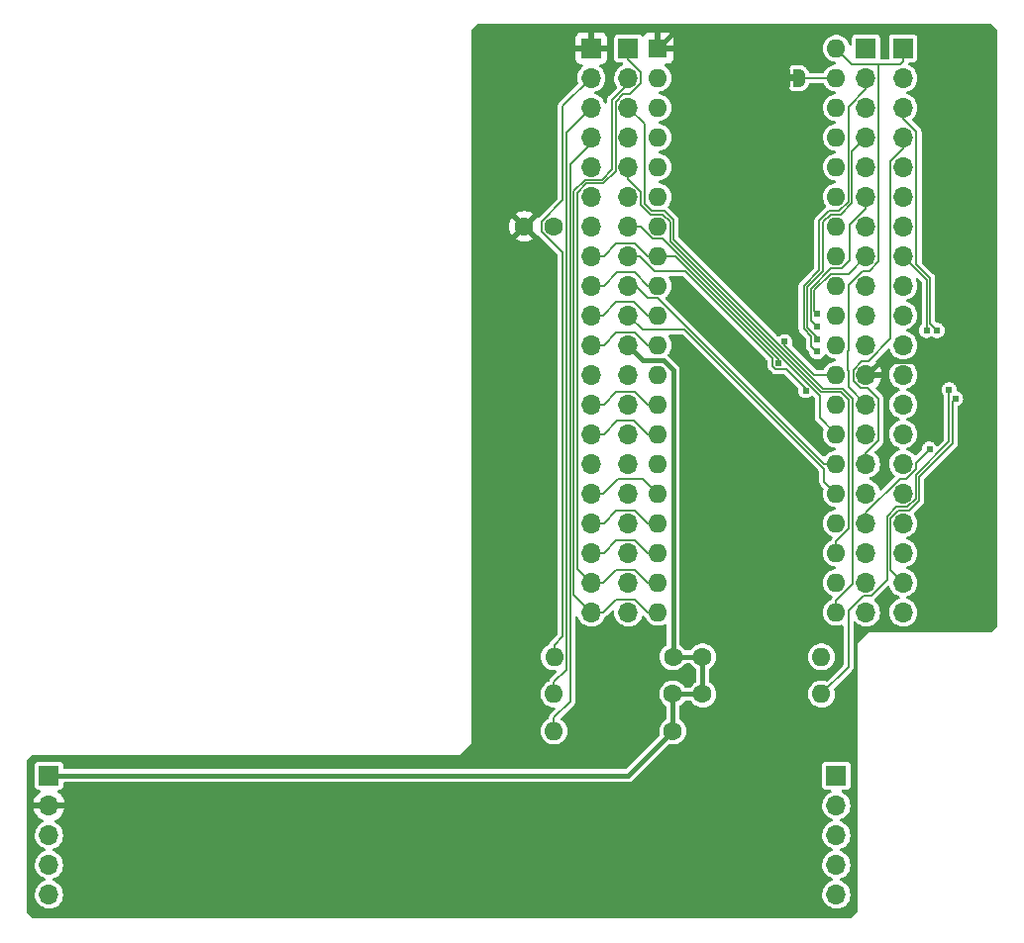
<source format=gbl>
G04 #@! TF.GenerationSoftware,KiCad,Pcbnew,(6.0.10-0)*
G04 #@! TF.CreationDate,2023-02-15T13:21:11+09:00*
G04 #@! TF.ProjectId,MEZ6809LED,4d455a36-3830-4394-9c45-442e6b696361,A*
G04 #@! TF.SameCoordinates,PX5ee3fe0PY8f872a0*
G04 #@! TF.FileFunction,Copper,L2,Bot*
G04 #@! TF.FilePolarity,Positive*
%FSLAX46Y46*%
G04 Gerber Fmt 4.6, Leading zero omitted, Abs format (unit mm)*
G04 Created by KiCad (PCBNEW (6.0.10-0)) date 2023-02-15 13:21:11*
%MOMM*%
%LPD*%
G01*
G04 APERTURE LIST*
G04 Aperture macros list*
%AMFreePoly0*
4,1,22,0.500000,-0.750000,0.000000,-0.750000,0.000000,-0.745033,-0.079941,-0.743568,-0.215256,-0.701293,-0.333266,-0.622738,-0.424486,-0.514219,-0.481581,-0.384460,-0.499164,-0.250000,-0.500000,-0.250000,-0.500000,0.250000,-0.499164,0.250000,-0.499963,0.256109,-0.478152,0.396186,-0.417904,0.524511,-0.324060,0.630769,-0.204165,0.706417,-0.067858,0.745374,0.000000,0.744959,0.000000,0.750000,
0.500000,0.750000,0.500000,-0.750000,0.500000,-0.750000,$1*%
%AMFreePoly1*
4,1,20,0.000000,0.744959,0.073905,0.744508,0.209726,0.703889,0.328688,0.626782,0.421226,0.519385,0.479903,0.390333,0.500000,0.250000,0.500000,-0.250000,0.499851,-0.262216,0.476331,-0.402017,0.414519,-0.529596,0.319384,-0.634700,0.198574,-0.708877,0.061801,-0.746166,0.000000,-0.745033,0.000000,-0.750000,-0.500000,-0.750000,-0.500000,0.750000,0.000000,0.750000,0.000000,0.744959,
0.000000,0.744959,$1*%
G04 Aperture macros list end*
G04 #@! TA.AperFunction,ComponentPad*
%ADD10R,1.700000X1.700000*%
G04 #@! TD*
G04 #@! TA.AperFunction,ComponentPad*
%ADD11O,1.700000X1.700000*%
G04 #@! TD*
G04 #@! TA.AperFunction,ComponentPad*
%ADD12R,1.600000X1.600000*%
G04 #@! TD*
G04 #@! TA.AperFunction,ComponentPad*
%ADD13O,1.600000X1.600000*%
G04 #@! TD*
G04 #@! TA.AperFunction,ComponentPad*
%ADD14C,1.600000*%
G04 #@! TD*
G04 #@! TA.AperFunction,SMDPad,CuDef*
%ADD15FreePoly0,0.000000*%
G04 #@! TD*
G04 #@! TA.AperFunction,SMDPad,CuDef*
%ADD16FreePoly1,0.000000*%
G04 #@! TD*
G04 #@! TA.AperFunction,ViaPad*
%ADD17C,0.605000*%
G04 #@! TD*
G04 #@! TA.AperFunction,Conductor*
%ADD18C,0.152400*%
G04 #@! TD*
G04 #@! TA.AperFunction,Conductor*
%ADD19C,0.400000*%
G04 #@! TD*
G04 APERTURE END LIST*
G36*
X65655000Y72090000D02*
G01*
X65155000Y72090000D01*
X65155000Y72690000D01*
X65655000Y72690000D01*
X65655000Y72090000D01*
G37*
D10*
X48260000Y74930000D03*
D11*
X48260000Y72390000D03*
X48260000Y69850000D03*
X48260000Y67310000D03*
X48260000Y64770000D03*
X48260000Y62230000D03*
X48260000Y59690000D03*
X48260000Y57150000D03*
X48260000Y54610000D03*
X48260000Y52070000D03*
X48260000Y49530000D03*
X48260000Y46990000D03*
X48260000Y44450000D03*
X48260000Y41910000D03*
X48260000Y39370000D03*
X48260000Y36830000D03*
X48260000Y34290000D03*
X48260000Y31750000D03*
X48260000Y29210000D03*
X48260000Y26670000D03*
D12*
X53970000Y74930000D03*
D13*
X53970000Y72390000D03*
X53970000Y69850000D03*
X53970000Y67310000D03*
X53970000Y64770000D03*
X53970000Y62230000D03*
X53970000Y59690000D03*
X53970000Y57150000D03*
X53970000Y54610000D03*
X53970000Y52070000D03*
X53970000Y49530000D03*
X53970000Y46990000D03*
X53970000Y44450000D03*
X53970000Y41910000D03*
X53970000Y39370000D03*
X53970000Y36830000D03*
X53970000Y34290000D03*
X53970000Y31750000D03*
X53970000Y29210000D03*
X53970000Y26670000D03*
X69210000Y26670000D03*
X69210000Y29210000D03*
X69210000Y31750000D03*
X69210000Y34290000D03*
X69210000Y36830000D03*
X69210000Y39370000D03*
X69210000Y41910000D03*
X69210000Y44450000D03*
X69210000Y46990000D03*
X69210000Y49530000D03*
X69210000Y52070000D03*
X69210000Y54610000D03*
X69210000Y57150000D03*
X69210000Y59690000D03*
X69210000Y62230000D03*
X69210000Y64770000D03*
X69210000Y67310000D03*
X69210000Y69850000D03*
X69210000Y72390000D03*
X69210000Y74930000D03*
D14*
X55245000Y19685000D03*
D13*
X45085000Y19685000D03*
D10*
X1905000Y12695000D03*
D11*
X1905000Y10155000D03*
X1905000Y7615000D03*
X1905000Y5075000D03*
X1905000Y2535000D03*
D14*
X55245000Y16510000D03*
D13*
X45085000Y16510000D03*
D14*
X45045000Y59690000D03*
X42545000Y59690000D03*
X57785000Y22860000D03*
D13*
X67945000Y22860000D03*
D10*
X74930000Y74930000D03*
D11*
X74930000Y72390000D03*
X74930000Y69850000D03*
X74930000Y67310000D03*
X74930000Y64770000D03*
X74930000Y62230000D03*
X74930000Y59690000D03*
X74930000Y57150000D03*
X74930000Y54610000D03*
X74930000Y52070000D03*
X74930000Y49530000D03*
X74930000Y46990000D03*
X74930000Y44450000D03*
X74930000Y41910000D03*
X74930000Y39370000D03*
X74930000Y36830000D03*
X74930000Y34290000D03*
X74930000Y31750000D03*
X74930000Y29210000D03*
X74930000Y26670000D03*
D14*
X57785000Y19685000D03*
D13*
X67945000Y19685000D03*
D10*
X69215000Y12695000D03*
D11*
X69215000Y10155000D03*
X69215000Y7615000D03*
X69215000Y5075000D03*
X69215000Y2535000D03*
D14*
X55270000Y22860000D03*
D13*
X45110000Y22860000D03*
D10*
X71755000Y74930000D03*
D11*
X71755000Y72390000D03*
X71755000Y69850000D03*
X71755000Y67310000D03*
X71755000Y64770000D03*
X71755000Y62230000D03*
X71755000Y59690000D03*
X71755000Y57150000D03*
X71755000Y54610000D03*
X71755000Y52070000D03*
X71755000Y49530000D03*
X71755000Y46990000D03*
X71755000Y44450000D03*
X71755000Y41910000D03*
X71755000Y39370000D03*
X71755000Y36830000D03*
X71755000Y34290000D03*
X71755000Y31750000D03*
X71755000Y29210000D03*
X71755000Y26670000D03*
D10*
X51435000Y74930000D03*
D11*
X51435000Y72390000D03*
X51435000Y69850000D03*
X51435000Y67310000D03*
X51435000Y64770000D03*
X51435000Y62230000D03*
X51435000Y59690000D03*
X51435000Y57150000D03*
X51435000Y54610000D03*
X51435000Y52070000D03*
X51435000Y49530000D03*
X51435000Y46990000D03*
X51435000Y44450000D03*
X51435000Y41910000D03*
X51435000Y39370000D03*
X51435000Y36830000D03*
X51435000Y34290000D03*
X51435000Y31750000D03*
X51435000Y29210000D03*
X51435000Y26670000D03*
D15*
X64755000Y72390000D03*
D16*
X66055000Y72390000D03*
D17*
X50546000Y22860000D03*
X48514000Y22860000D03*
X56515000Y69850000D03*
X67310000Y69850000D03*
X67310000Y67310000D03*
X56515000Y67310000D03*
X57150000Y59690000D03*
X64135000Y52070000D03*
X57150000Y52070000D03*
X62230000Y46990000D03*
X57150000Y46990000D03*
X66040000Y43815000D03*
X57150000Y41910000D03*
X66040000Y39370000D03*
X66040000Y31750000D03*
X57150000Y31750000D03*
X38227000Y14351000D03*
X48514000Y14097000D03*
X50546000Y14097000D03*
X50546000Y8255000D03*
X48514000Y8255000D03*
X4445000Y6350000D03*
X4445000Y3810000D03*
X66040000Y2540000D03*
X81915000Y26035000D03*
X81915000Y76200000D03*
X38735000Y76200000D03*
X76934500Y50800000D03*
X78867000Y45720000D03*
X77174800Y40640000D03*
X77851000Y50800000D03*
X64257400Y47998500D03*
X67564000Y52219600D03*
X67564000Y51104300D03*
X67564000Y50038000D03*
X67564000Y48976300D03*
X64803141Y49817141D03*
X66605959Y45650959D03*
X79397600Y44958000D03*
X64755000Y73597900D03*
D18*
X66605959Y45650959D02*
X66605959Y45789041D01*
X66605959Y45789041D02*
X64927600Y47467400D01*
X64927600Y47467400D02*
X64037411Y47467400D01*
X64037411Y47467400D02*
X63726300Y47778511D01*
X63726300Y47778511D02*
X63726300Y48418895D01*
X63726300Y48418895D02*
X56265196Y55880000D01*
X56265196Y55880000D02*
X53708600Y55880000D01*
X53708600Y55880000D02*
X52438600Y57150000D01*
X52438600Y57150000D02*
X51435000Y57150000D01*
X53970000Y57150000D02*
X55426248Y57150000D01*
X55426248Y57150000D02*
X64257400Y48318847D01*
X64257400Y48318847D02*
X64257400Y47998500D01*
X48260000Y67310000D02*
X48260000Y66797400D01*
X48260000Y66797400D02*
X46450200Y64987600D01*
X46450200Y64987600D02*
X46450200Y19018200D01*
X46450200Y19018200D02*
X45085000Y17653000D01*
X45085000Y17653000D02*
X45085000Y16510000D01*
X79397600Y44958000D02*
X79171800Y44732200D01*
X79171800Y44732200D02*
X79171800Y41148748D01*
X79171800Y41148748D02*
X76313400Y38290348D01*
X76313400Y38290348D02*
X76313400Y36256977D01*
X76313400Y36256977D02*
X75425023Y35368600D01*
X75425023Y35368600D02*
X74483229Y35368600D01*
X74483229Y35368600D02*
X73851400Y34736771D01*
X73851400Y34736771D02*
X73851400Y30288600D01*
X73851400Y30288600D02*
X74930000Y29210000D01*
X78867000Y45720000D02*
X78867000Y41275000D01*
X78867000Y41275000D02*
X76008600Y38416600D01*
X76008600Y38416600D02*
X76008600Y36383229D01*
X76008600Y36383229D02*
X75298771Y35673400D01*
X71565400Y28131400D02*
X70238600Y26804600D01*
X75298771Y35673400D02*
X74356977Y35673400D01*
X70238600Y26804600D02*
X70238600Y21978600D01*
X74356977Y35673400D02*
X73546600Y34863023D01*
X73546600Y34863023D02*
X73546600Y29476229D01*
X73546600Y29476229D02*
X72201771Y28131400D01*
X72201771Y28131400D02*
X71565400Y28131400D01*
X70238600Y21978600D02*
X67945000Y19685000D01*
X77174800Y40640000D02*
X76008600Y39473800D01*
X75185371Y38100000D02*
X74671800Y38100000D01*
X76008600Y39473800D02*
X76008600Y38923229D01*
X76008600Y38923229D02*
X75185371Y38100000D01*
X74671800Y38100000D02*
X71755000Y35183200D01*
X71755000Y35183200D02*
X71755000Y34290000D01*
X67311200Y46990000D02*
X69210000Y46990000D01*
X64803141Y49498059D02*
X67311200Y46990000D01*
X64803141Y49817141D02*
X64803141Y49498059D01*
X66423300Y50924700D02*
X66423300Y54622865D01*
X67564000Y48976300D02*
X67482700Y48976300D01*
X67032900Y50315100D02*
X66423300Y50924700D01*
X67032900Y49426100D02*
X67032900Y50315100D01*
X66423300Y54622865D02*
X67767200Y55966765D01*
X67767200Y55966765D02*
X67767200Y60197252D01*
X67482700Y48976300D02*
X67032900Y49426100D01*
X67767200Y60197252D02*
X68593348Y61023400D01*
X68593348Y61023400D02*
X69458061Y61023400D01*
X69458061Y61023400D02*
X70238600Y61803939D01*
X70238600Y61803939D02*
X70238600Y69929900D01*
X70238600Y69929900D02*
X71755000Y71446300D01*
X71755000Y71446300D02*
X71755000Y72390000D01*
X67564000Y52219600D02*
X67337700Y52445900D01*
X67337700Y54244600D02*
X68731700Y55638600D01*
X67337700Y52445900D02*
X67337700Y54244600D01*
X68731700Y55638600D02*
X70243600Y55638600D01*
X70243600Y55638600D02*
X71755000Y57150000D01*
X68783939Y56121400D02*
X69710400Y56121400D01*
X70371300Y56782300D02*
X70371300Y59831671D01*
X67564000Y51104300D02*
X67032900Y51635400D01*
X67032900Y54370361D02*
X68783939Y56121400D01*
X67032900Y51635400D02*
X67032900Y54370361D01*
X69710400Y56121400D02*
X70371300Y56782300D01*
X70371300Y59831671D02*
X71755000Y61215371D01*
X71755000Y61215371D02*
X71755000Y62230000D01*
X67564000Y50038000D02*
X67564000Y50215052D01*
X67564000Y50215052D02*
X66728100Y51050952D01*
X66728100Y51050952D02*
X66728100Y54496613D01*
X66728100Y54496613D02*
X68072000Y55840513D01*
X68072000Y55840513D02*
X68072000Y60071000D01*
X68072000Y60071000D02*
X68719600Y60718600D01*
X68719600Y60718600D02*
X69584313Y60718600D01*
X69584313Y60718600D02*
X70543400Y61677687D01*
X70543400Y61677687D02*
X70543400Y66098400D01*
X70543400Y66098400D02*
X71755000Y67310000D01*
X48260000Y69850000D02*
X46145400Y67735400D01*
X46145400Y67735400D02*
X46145400Y21774100D01*
X46145400Y21774100D02*
X45085000Y20713700D01*
X45085000Y20713700D02*
X45085000Y19685000D01*
X51435000Y69850000D02*
X52832000Y68453000D01*
X52832000Y68453000D02*
X52832000Y61645052D01*
X52832000Y61645052D02*
X53453652Y61023400D01*
X53453652Y61023400D02*
X54522313Y61023400D01*
X54522313Y61023400D02*
X55303400Y60242313D01*
X55303400Y60242313D02*
X55303400Y58566003D01*
X55303400Y58566003D02*
X63964303Y49905100D01*
X63964303Y49905100D02*
X63964800Y49905100D01*
X63964800Y49905100D02*
X68039200Y45830700D01*
X68039200Y45830700D02*
X69738800Y45830700D01*
X69738800Y45830700D02*
X70622000Y44947500D01*
X70622000Y44947500D02*
X70622000Y29110700D01*
X70622000Y29110700D02*
X69210000Y27698700D01*
X69210000Y27698700D02*
X69210000Y26670000D01*
X48260000Y31750000D02*
X49338700Y31750000D01*
X49338700Y31750000D02*
X50417300Y32828600D01*
X50417300Y32828600D02*
X52007400Y32828600D01*
X52007400Y32828600D02*
X53086000Y31750000D01*
X53086000Y31750000D02*
X53970000Y31750000D01*
X53970000Y36830000D02*
X52700000Y38100000D01*
X52700000Y38100000D02*
X50546000Y38100000D01*
X50546000Y38100000D02*
X49276000Y36830000D01*
X49276000Y36830000D02*
X48260000Y36830000D01*
X51435000Y71901200D02*
X50051500Y70517700D01*
X49149748Y63677800D02*
X47728248Y63677800D01*
X51435000Y72390000D02*
X51435000Y71901200D01*
X50051500Y70517700D02*
X50051500Y64579552D01*
X50051500Y64579552D02*
X49149748Y63677800D01*
X47728248Y63677800D02*
X46755000Y62704552D01*
X46755000Y62704552D02*
X46755000Y28175000D01*
X46755000Y28175000D02*
X48260000Y26670000D01*
X51587000Y71003100D02*
X50991800Y71003100D01*
X51435000Y73986100D02*
X52513600Y72907500D01*
X52513600Y71929700D02*
X51587000Y71003100D01*
X47854500Y63373000D02*
X47059800Y62578300D01*
X50991800Y71003100D02*
X50356300Y70367600D01*
X49276000Y63373000D02*
X47854500Y63373000D01*
X51435000Y74930000D02*
X51435000Y73986100D01*
X50356300Y70367600D02*
X50356300Y64453300D01*
X50356300Y64453300D02*
X49276000Y63373000D01*
X47059800Y62578300D02*
X47059800Y30410200D01*
X52513600Y72907500D02*
X52513600Y71929700D01*
X47059800Y30410200D02*
X48260000Y29210000D01*
X48260000Y26670000D02*
X49276000Y26670000D01*
X53069900Y26670000D02*
X53970000Y26670000D01*
X49276000Y26670000D02*
X50354700Y27748700D01*
X50354700Y27748700D02*
X51991200Y27748700D01*
X51991200Y27748700D02*
X53069900Y26670000D01*
X53970000Y29210000D02*
X53069900Y29210000D01*
X53069900Y29210000D02*
X51991100Y30288800D01*
X51991100Y30288800D02*
X50354800Y30288800D01*
X50354800Y30288800D02*
X49276000Y29210000D01*
X49276000Y29210000D02*
X48260000Y29210000D01*
X53970000Y34290000D02*
X53069900Y34290000D01*
X53069900Y34290000D02*
X51991200Y35368700D01*
X51991200Y35368700D02*
X50417400Y35368700D01*
X50417400Y35368700D02*
X49338700Y34290000D01*
X49338700Y34290000D02*
X48260000Y34290000D01*
X48260000Y52070000D02*
X49276000Y52070000D01*
X49276000Y52070000D02*
X50419000Y53213000D01*
X50419000Y53213000D02*
X51943000Y53213000D01*
X51943000Y53213000D02*
X53086000Y52070000D01*
X53086000Y52070000D02*
X53970000Y52070000D01*
X49338700Y49530000D02*
X50417300Y50608600D01*
X50417300Y50608600D02*
X51991300Y50608600D01*
X51991300Y50608600D02*
X53069900Y49530000D01*
X53970000Y44450000D02*
X53069900Y44450000D01*
X53069900Y44450000D02*
X51991200Y45528700D01*
X51991200Y45528700D02*
X50417400Y45528700D01*
X49338700Y44450000D02*
X48260000Y44450000D01*
X50417400Y45528700D02*
X49338700Y44450000D01*
D19*
X51435000Y49530000D02*
X52705000Y48260000D01*
X52705000Y48260000D02*
X54408661Y48260000D01*
X54408661Y48260000D02*
X55270000Y47398661D01*
X55270000Y47398661D02*
X55270000Y22860000D01*
D18*
X53970000Y49530000D02*
X53069900Y49530000D01*
X49338700Y49530000D02*
X48260000Y49530000D01*
X53970000Y54610000D02*
X53086000Y54610000D01*
X53086000Y54610000D02*
X51947800Y55748200D01*
X51947800Y55748200D02*
X50476900Y55748200D01*
X50476900Y55748200D02*
X49338700Y54610000D01*
X49338700Y54610000D02*
X48260000Y54610000D01*
X53970000Y57150000D02*
X53069900Y57150000D01*
X53069900Y57150000D02*
X51991200Y58228700D01*
X51991200Y58228700D02*
X50417400Y58228700D01*
X50417400Y58228700D02*
X49338700Y57150000D01*
X49338700Y57150000D02*
X48260000Y57150000D01*
X77851000Y50800000D02*
X77239300Y51411700D01*
X77239300Y51411700D02*
X77239300Y55271752D01*
X77239300Y55271752D02*
X76073000Y56438052D01*
X76073000Y56438052D02*
X76073000Y67763100D01*
X76073000Y67763100D02*
X74930000Y68906100D01*
X74930000Y68906100D02*
X74930000Y69850000D01*
X71755000Y39370000D02*
X71755000Y40313900D01*
X71755000Y40313900D02*
X72839500Y41398400D01*
X72839500Y41398400D02*
X72839500Y44911300D01*
X72839500Y44911300D02*
X71913900Y45836900D01*
X71913900Y45836900D02*
X71311800Y45836900D01*
X71311800Y45836900D02*
X70676400Y46472300D01*
X70676400Y46472300D02*
X70676400Y47437200D01*
X70676400Y47437200D02*
X71391300Y48152100D01*
X71391300Y48152100D02*
X71927900Y48152100D01*
X71927900Y48152100D02*
X73851300Y50075500D01*
X73851300Y50075500D02*
X73851300Y65287600D01*
X74930000Y66366300D02*
X74930000Y67310000D01*
X73851300Y65287600D02*
X74930000Y66366300D01*
X53970000Y41910000D02*
X53086000Y41910000D01*
X53086000Y41910000D02*
X51943000Y43053000D01*
X51943000Y43053000D02*
X50481700Y43053000D01*
X50481700Y43053000D02*
X49338700Y41910000D01*
X49338700Y41910000D02*
X48260000Y41910000D01*
X76934500Y50800000D02*
X76934500Y55145500D01*
X76934500Y55145500D02*
X74930000Y57150000D01*
X72833800Y73583800D02*
X72833800Y56703200D01*
X72833800Y56703200D02*
X72010600Y55880000D01*
X72010600Y55880000D02*
X71475000Y55880000D01*
X71475000Y55880000D02*
X70238600Y54643600D01*
X70238600Y54643600D02*
X70238600Y49103939D01*
X70238600Y49103939D02*
X70231000Y49096339D01*
X70231000Y49096339D02*
X70231000Y47423661D01*
X70231000Y47423661D02*
X70238600Y47416061D01*
X70238600Y47416061D02*
X70238600Y45966400D01*
X70238600Y45966400D02*
X71755000Y44450000D01*
X69210000Y74930000D02*
X69215000Y74930000D01*
X69215000Y74930000D02*
X70561200Y73583800D01*
X70561200Y73583800D02*
X72833800Y73583800D01*
X51435000Y59690000D02*
X52513700Y59690000D01*
X52513700Y59690000D02*
X53542500Y58661200D01*
X54346100Y58661200D02*
X67786399Y45220900D01*
X53542500Y58661200D02*
X54346100Y58661200D01*
X67786399Y45220900D02*
X67786399Y43333601D01*
X67786399Y43333601D02*
X69210000Y41910000D01*
X51435000Y52070000D02*
X52625400Y50879600D01*
X52625400Y50879600D02*
X56240648Y50879600D01*
X56240648Y50879600D02*
X68199000Y38921248D01*
X68199000Y38921248D02*
X68199000Y37841000D01*
X68199000Y37841000D02*
X69210000Y36830000D01*
X51435000Y54610000D02*
X52070000Y54610000D01*
X52070000Y54610000D02*
X53098600Y53581400D01*
X53098600Y53581400D02*
X53969900Y53581400D01*
X53969900Y53581400D02*
X68181300Y39370000D01*
X68181300Y39370000D02*
X69210000Y39370000D01*
X52513700Y62676671D02*
X52513700Y61532300D01*
X51435000Y64770000D02*
X51435000Y63755371D01*
X67912651Y45525700D02*
X69599000Y45525700D01*
X52513700Y61532300D02*
X53327400Y60718600D01*
X53327400Y60718600D02*
X54396061Y60718600D01*
X51435000Y63755371D02*
X52513700Y62676671D01*
X54998600Y58439751D02*
X67912651Y45525700D01*
X54396061Y60718600D02*
X54998600Y60116061D01*
X70283600Y33852300D02*
X69210000Y32778700D01*
X54998600Y60116061D02*
X54998600Y58439751D01*
X69599000Y45525700D02*
X70283600Y44841100D01*
X70283600Y44841100D02*
X70283600Y33852300D01*
X69210000Y32778700D02*
X69210000Y31750000D01*
X45110000Y22860000D02*
X45110000Y23888700D01*
X45110000Y23888700D02*
X45840600Y24619300D01*
X45840600Y24619300D02*
X45840600Y57439739D01*
X45840600Y57439739D02*
X44016400Y59263939D01*
X44016400Y59263939D02*
X44016400Y60116061D01*
X44016400Y60116061D02*
X45840600Y61940261D01*
X45840600Y61940261D02*
X45840600Y69970600D01*
X45840600Y69970600D02*
X48260000Y72390000D01*
X66055000Y72390000D02*
X69210000Y72390000D01*
X74930000Y74930000D02*
X74930000Y73851300D01*
X74662500Y73583800D02*
X74930000Y73851300D01*
X72833800Y73583800D02*
X74662500Y73583800D01*
D19*
X55270000Y22860000D02*
X57785000Y22860000D01*
X57785000Y19685000D02*
X55245000Y19685000D01*
X57785000Y22860000D02*
X57785000Y19685000D01*
X55245000Y16510000D02*
X55245000Y19685000D01*
X51430000Y12695000D02*
X1905000Y12695000D01*
X55245000Y16510000D02*
X51430000Y12695000D01*
D18*
X64755000Y72390000D02*
X64755000Y73597900D01*
D19*
X72957000Y48192000D02*
X81085000Y48192000D01*
X55748000Y76708000D02*
X53970000Y74930000D01*
X81085000Y48192000D02*
X81788000Y48895000D01*
X81788000Y73787000D02*
X78867000Y76708000D01*
X81788000Y48895000D02*
X81788000Y73787000D01*
X78867000Y76708000D02*
X55748000Y76708000D01*
X71755000Y46990000D02*
X72957000Y48192000D01*
G04 #@! TA.AperFunction,Conductor*
G36*
X82515931Y76979998D02*
G01*
X82536905Y76963095D01*
X82963095Y76536905D01*
X82997121Y76474593D01*
X83000000Y76447810D01*
X83000000Y25552190D01*
X82979998Y25484069D01*
X82963095Y25463095D01*
X82536905Y25036905D01*
X82474593Y25002879D01*
X82447810Y25000000D01*
X72000000Y25000000D01*
X71266428Y24266428D01*
X71265859Y24266997D01*
X71264734Y24265334D01*
X71260848Y24262825D01*
X71254400Y24254646D01*
X71251953Y24252419D01*
X71248230Y24248230D01*
X71000000Y24000000D01*
X71000000Y1052190D01*
X70979998Y984069D01*
X70963095Y963095D01*
X70536905Y536905D01*
X70474593Y502879D01*
X70447810Y500000D01*
X552190Y500000D01*
X484069Y520002D01*
X463095Y536905D01*
X36905Y963095D01*
X2879Y1025407D01*
X0Y1052190D01*
X0Y9887034D01*
X573257Y9887034D01*
X603565Y9752554D01*
X606645Y9742725D01*
X686770Y9545397D01*
X691413Y9536206D01*
X802694Y9354612D01*
X808777Y9346301D01*
X948213Y9185333D01*
X955580Y9178117D01*
X1119434Y9042084D01*
X1127881Y9036169D01*
X1311756Y8928721D01*
X1321043Y8924271D01*
X1343682Y8915626D01*
X1400186Y8872638D01*
X1424478Y8805927D01*
X1408847Y8736672D01*
X1363156Y8689631D01*
X1357307Y8686151D01*
X1196341Y8590386D01*
X1030457Y8444910D01*
X893863Y8271640D01*
X791131Y8076380D01*
X725703Y7865667D01*
X699770Y7646560D01*
X714200Y7426396D01*
X715621Y7420800D01*
X715622Y7420795D01*
X767090Y7218143D01*
X768511Y7212548D01*
X770928Y7207306D01*
X770928Y7207305D01*
X809046Y7124621D01*
X860883Y7012179D01*
X988222Y6831998D01*
X1146264Y6678039D01*
X1151060Y6674834D01*
X1151063Y6674832D01*
X1235261Y6618573D01*
X1329717Y6555460D01*
X1335020Y6553182D01*
X1335023Y6553180D01*
X1527129Y6470645D01*
X1532436Y6468365D01*
X1538071Y6467090D01*
X1538074Y6467089D01*
X1539484Y6466770D01*
X1540083Y6466436D01*
X1543562Y6465306D01*
X1543340Y6464623D01*
X1601511Y6432228D01*
X1635016Y6369634D01*
X1629362Y6298863D01*
X1586344Y6242384D01*
X1555287Y6225665D01*
X1391376Y6165196D01*
X1391368Y6165192D01*
X1385957Y6163196D01*
X1196341Y6050386D01*
X1030457Y5904910D01*
X893863Y5731640D01*
X791131Y5536380D01*
X725703Y5325667D01*
X699770Y5106560D01*
X714200Y4886396D01*
X715621Y4880800D01*
X715622Y4880795D01*
X767090Y4678143D01*
X768511Y4672548D01*
X770928Y4667306D01*
X770928Y4667305D01*
X809046Y4584621D01*
X860883Y4472179D01*
X988222Y4291998D01*
X1146264Y4138039D01*
X1151060Y4134834D01*
X1151063Y4134832D01*
X1235261Y4078573D01*
X1329717Y4015460D01*
X1335020Y4013182D01*
X1335023Y4013180D01*
X1527129Y3930645D01*
X1532436Y3928365D01*
X1538071Y3927090D01*
X1538074Y3927089D01*
X1539484Y3926770D01*
X1540083Y3926436D01*
X1543562Y3925306D01*
X1543340Y3924623D01*
X1601511Y3892228D01*
X1635016Y3829634D01*
X1629362Y3758863D01*
X1586344Y3702384D01*
X1555287Y3685665D01*
X1391376Y3625196D01*
X1391368Y3625192D01*
X1385957Y3623196D01*
X1196341Y3510386D01*
X1030457Y3364910D01*
X893863Y3191640D01*
X791131Y2996380D01*
X725703Y2785667D01*
X699770Y2566560D01*
X714200Y2346396D01*
X715621Y2340800D01*
X715622Y2340795D01*
X767090Y2138143D01*
X768511Y2132548D01*
X770928Y2127306D01*
X770928Y2127305D01*
X809046Y2044621D01*
X860883Y1932179D01*
X988222Y1751998D01*
X1146264Y1598039D01*
X1151060Y1594834D01*
X1151063Y1594832D01*
X1235261Y1538573D01*
X1329717Y1475460D01*
X1335020Y1473182D01*
X1335023Y1473180D01*
X1527129Y1390645D01*
X1532436Y1388365D01*
X1612088Y1370342D01*
X1741995Y1340946D01*
X1742001Y1340945D01*
X1747632Y1339671D01*
X1753403Y1339444D01*
X1753405Y1339444D01*
X1821211Y1336780D01*
X1968098Y1331009D01*
X2077275Y1346839D01*
X2180738Y1361840D01*
X2180743Y1361841D01*
X2186452Y1362669D01*
X2191916Y1364524D01*
X2191921Y1364525D01*
X2389907Y1431732D01*
X2389912Y1431734D01*
X2395379Y1433590D01*
X2587884Y1541398D01*
X2757518Y1682482D01*
X2898602Y1852116D01*
X3006410Y2044621D01*
X3008266Y2050088D01*
X3008268Y2050093D01*
X3075475Y2248079D01*
X3075476Y2248084D01*
X3077331Y2253548D01*
X3078159Y2259257D01*
X3078160Y2259262D01*
X3108458Y2468228D01*
X3108991Y2471902D01*
X3110643Y2535000D01*
X3107743Y2566560D01*
X68009770Y2566560D01*
X68024200Y2346396D01*
X68025621Y2340800D01*
X68025622Y2340795D01*
X68077090Y2138143D01*
X68078511Y2132548D01*
X68080928Y2127306D01*
X68080928Y2127305D01*
X68119046Y2044621D01*
X68170883Y1932179D01*
X68298222Y1751998D01*
X68456264Y1598039D01*
X68461060Y1594834D01*
X68461063Y1594832D01*
X68545261Y1538573D01*
X68639717Y1475460D01*
X68645020Y1473182D01*
X68645023Y1473180D01*
X68837129Y1390645D01*
X68842436Y1388365D01*
X68922088Y1370342D01*
X69051995Y1340946D01*
X69052001Y1340945D01*
X69057632Y1339671D01*
X69063403Y1339444D01*
X69063405Y1339444D01*
X69131211Y1336780D01*
X69278098Y1331009D01*
X69387275Y1346839D01*
X69490738Y1361840D01*
X69490743Y1361841D01*
X69496452Y1362669D01*
X69501916Y1364524D01*
X69501921Y1364525D01*
X69699907Y1431732D01*
X69699912Y1431734D01*
X69705379Y1433590D01*
X69897884Y1541398D01*
X70067518Y1682482D01*
X70208602Y1852116D01*
X70316410Y2044621D01*
X70318266Y2050088D01*
X70318268Y2050093D01*
X70385475Y2248079D01*
X70385476Y2248084D01*
X70387331Y2253548D01*
X70388159Y2259257D01*
X70388160Y2259262D01*
X70418458Y2468228D01*
X70418991Y2471902D01*
X70420643Y2535000D01*
X70400454Y2754711D01*
X70340565Y2967064D01*
X70242980Y3164947D01*
X70110967Y3341733D01*
X69948949Y3491501D01*
X69762350Y3609236D01*
X69559955Y3689983D01*
X69504096Y3733804D01*
X69480795Y3800868D01*
X69497451Y3869883D01*
X69548775Y3918937D01*
X69566144Y3926326D01*
X69699907Y3971732D01*
X69699912Y3971734D01*
X69705379Y3973590D01*
X69897884Y4081398D01*
X70067518Y4222482D01*
X70208602Y4392116D01*
X70316410Y4584621D01*
X70318266Y4590088D01*
X70318268Y4590093D01*
X70385475Y4788079D01*
X70385476Y4788084D01*
X70387331Y4793548D01*
X70388159Y4799257D01*
X70388160Y4799262D01*
X70418458Y5008228D01*
X70418991Y5011902D01*
X70420643Y5075000D01*
X70400454Y5294711D01*
X70340565Y5507064D01*
X70242980Y5704947D01*
X70110967Y5881733D01*
X69948949Y6031501D01*
X69762350Y6149236D01*
X69559955Y6229983D01*
X69504096Y6273804D01*
X69480795Y6340868D01*
X69497451Y6409883D01*
X69548775Y6458937D01*
X69566144Y6466326D01*
X69699907Y6511732D01*
X69699912Y6511734D01*
X69705379Y6513590D01*
X69897884Y6621398D01*
X70067518Y6762482D01*
X70208602Y6932116D01*
X70316410Y7124621D01*
X70318266Y7130088D01*
X70318268Y7130093D01*
X70385475Y7328079D01*
X70385476Y7328084D01*
X70387331Y7333548D01*
X70388159Y7339257D01*
X70388160Y7339262D01*
X70418458Y7548228D01*
X70418991Y7551902D01*
X70420643Y7615000D01*
X70400454Y7834711D01*
X70340565Y8047064D01*
X70242980Y8244947D01*
X70110967Y8421733D01*
X69948949Y8571501D01*
X69762350Y8689236D01*
X69559955Y8769983D01*
X69504096Y8813804D01*
X69480795Y8880868D01*
X69497451Y8949883D01*
X69548775Y8998937D01*
X69566144Y9006326D01*
X69699907Y9051732D01*
X69699912Y9051734D01*
X69705379Y9053590D01*
X69897884Y9161398D01*
X69917987Y9178117D01*
X70063086Y9298796D01*
X70067518Y9302482D01*
X70208602Y9472116D01*
X70316410Y9664621D01*
X70318266Y9670088D01*
X70318268Y9670093D01*
X70385475Y9868079D01*
X70385476Y9868084D01*
X70387331Y9873548D01*
X70388159Y9879257D01*
X70388160Y9879262D01*
X70418458Y10088228D01*
X70418991Y10091902D01*
X70420643Y10155000D01*
X70400454Y10374711D01*
X70340565Y10587064D01*
X70242980Y10784947D01*
X70110967Y10961733D01*
X69948949Y11111501D01*
X69762350Y11229236D01*
X69722348Y11245195D01*
X69706620Y11251470D01*
X69650760Y11295291D01*
X69627460Y11362355D01*
X69644116Y11431370D01*
X69695440Y11480424D01*
X69753310Y11494500D01*
X70098218Y11494500D01*
X70102768Y11495170D01*
X70102771Y11495170D01*
X70157426Y11503216D01*
X70157427Y11503216D01*
X70167112Y11504642D01*
X70261804Y11551133D01*
X70262507Y11551478D01*
X70262509Y11551479D01*
X70271855Y11556068D01*
X70354293Y11638650D01*
X70405536Y11743482D01*
X70415500Y11811782D01*
X70415500Y13578218D01*
X70406871Y13636838D01*
X70406784Y13637426D01*
X70406784Y13637427D01*
X70405358Y13647112D01*
X70353932Y13751855D01*
X70271350Y13834293D01*
X70166518Y13885536D01*
X70136027Y13889984D01*
X70102744Y13894840D01*
X70102740Y13894840D01*
X70098218Y13895500D01*
X68331782Y13895500D01*
X68327232Y13894830D01*
X68327229Y13894830D01*
X68272574Y13886784D01*
X68272573Y13886784D01*
X68262888Y13885358D01*
X68212992Y13860860D01*
X68167493Y13838522D01*
X68167491Y13838521D01*
X68158145Y13833932D01*
X68075707Y13751350D01*
X68024464Y13646518D01*
X68014500Y13578218D01*
X68014500Y11811782D01*
X68015170Y11807232D01*
X68015170Y11807229D01*
X68023216Y11752574D01*
X68024642Y11742888D01*
X68076068Y11638145D01*
X68158650Y11555707D01*
X68263482Y11504464D01*
X68293973Y11500016D01*
X68327256Y11495160D01*
X68327260Y11495160D01*
X68331782Y11494500D01*
X68671570Y11494500D01*
X68739691Y11474498D01*
X68786184Y11420842D01*
X68796288Y11350568D01*
X68766794Y11285988D01*
X68715180Y11250288D01*
X68706382Y11247042D01*
X68695957Y11243196D01*
X68690996Y11240244D01*
X68690995Y11240244D01*
X68573350Y11170252D01*
X68506341Y11130386D01*
X68340457Y10984910D01*
X68203863Y10811640D01*
X68101131Y10616380D01*
X68035703Y10405667D01*
X68009770Y10186560D01*
X68024200Y9966396D01*
X68025621Y9960800D01*
X68025622Y9960795D01*
X68077090Y9758143D01*
X68078511Y9752548D01*
X68080928Y9747306D01*
X68080928Y9747305D01*
X68119046Y9664621D01*
X68170883Y9552179D01*
X68298222Y9371998D01*
X68456264Y9218039D01*
X68461060Y9214834D01*
X68461063Y9214832D01*
X68545261Y9158573D01*
X68639717Y9095460D01*
X68645020Y9093182D01*
X68645023Y9093180D01*
X68763953Y9042084D01*
X68842436Y9008365D01*
X68848071Y9007090D01*
X68848074Y9007089D01*
X68849484Y9006770D01*
X68850083Y9006436D01*
X68853562Y9005306D01*
X68853340Y9004623D01*
X68911511Y8972228D01*
X68945016Y8909634D01*
X68939362Y8838863D01*
X68896344Y8782384D01*
X68865287Y8765665D01*
X68701376Y8705196D01*
X68701368Y8705192D01*
X68695957Y8703196D01*
X68506341Y8590386D01*
X68340457Y8444910D01*
X68203863Y8271640D01*
X68101131Y8076380D01*
X68035703Y7865667D01*
X68009770Y7646560D01*
X68024200Y7426396D01*
X68025621Y7420800D01*
X68025622Y7420795D01*
X68077090Y7218143D01*
X68078511Y7212548D01*
X68080928Y7207306D01*
X68080928Y7207305D01*
X68119046Y7124621D01*
X68170883Y7012179D01*
X68298222Y6831998D01*
X68456264Y6678039D01*
X68461060Y6674834D01*
X68461063Y6674832D01*
X68545261Y6618573D01*
X68639717Y6555460D01*
X68645020Y6553182D01*
X68645023Y6553180D01*
X68837129Y6470645D01*
X68842436Y6468365D01*
X68848071Y6467090D01*
X68848074Y6467089D01*
X68849484Y6466770D01*
X68850083Y6466436D01*
X68853562Y6465306D01*
X68853340Y6464623D01*
X68911511Y6432228D01*
X68945016Y6369634D01*
X68939362Y6298863D01*
X68896344Y6242384D01*
X68865287Y6225665D01*
X68701376Y6165196D01*
X68701368Y6165192D01*
X68695957Y6163196D01*
X68506341Y6050386D01*
X68340457Y5904910D01*
X68203863Y5731640D01*
X68101131Y5536380D01*
X68035703Y5325667D01*
X68009770Y5106560D01*
X68024200Y4886396D01*
X68025621Y4880800D01*
X68025622Y4880795D01*
X68077090Y4678143D01*
X68078511Y4672548D01*
X68080928Y4667306D01*
X68080928Y4667305D01*
X68119046Y4584621D01*
X68170883Y4472179D01*
X68298222Y4291998D01*
X68456264Y4138039D01*
X68461060Y4134834D01*
X68461063Y4134832D01*
X68545261Y4078573D01*
X68639717Y4015460D01*
X68645020Y4013182D01*
X68645023Y4013180D01*
X68837129Y3930645D01*
X68842436Y3928365D01*
X68848071Y3927090D01*
X68848074Y3927089D01*
X68849484Y3926770D01*
X68850083Y3926436D01*
X68853562Y3925306D01*
X68853340Y3924623D01*
X68911511Y3892228D01*
X68945016Y3829634D01*
X68939362Y3758863D01*
X68896344Y3702384D01*
X68865287Y3685665D01*
X68701376Y3625196D01*
X68701368Y3625192D01*
X68695957Y3623196D01*
X68506341Y3510386D01*
X68340457Y3364910D01*
X68203863Y3191640D01*
X68101131Y2996380D01*
X68035703Y2785667D01*
X68009770Y2566560D01*
X3107743Y2566560D01*
X3090454Y2754711D01*
X3030565Y2967064D01*
X2932980Y3164947D01*
X2800967Y3341733D01*
X2638949Y3491501D01*
X2452350Y3609236D01*
X2249955Y3689983D01*
X2194096Y3733804D01*
X2170795Y3800868D01*
X2187451Y3869883D01*
X2238775Y3918937D01*
X2256144Y3926326D01*
X2389907Y3971732D01*
X2389912Y3971734D01*
X2395379Y3973590D01*
X2587884Y4081398D01*
X2757518Y4222482D01*
X2898602Y4392116D01*
X3006410Y4584621D01*
X3008266Y4590088D01*
X3008268Y4590093D01*
X3075475Y4788079D01*
X3075476Y4788084D01*
X3077331Y4793548D01*
X3078159Y4799257D01*
X3078160Y4799262D01*
X3108458Y5008228D01*
X3108991Y5011902D01*
X3110643Y5075000D01*
X3090454Y5294711D01*
X3030565Y5507064D01*
X2932980Y5704947D01*
X2800967Y5881733D01*
X2638949Y6031501D01*
X2452350Y6149236D01*
X2249955Y6229983D01*
X2194096Y6273804D01*
X2170795Y6340868D01*
X2187451Y6409883D01*
X2238775Y6458937D01*
X2256144Y6466326D01*
X2389907Y6511732D01*
X2389912Y6511734D01*
X2395379Y6513590D01*
X2587884Y6621398D01*
X2757518Y6762482D01*
X2898602Y6932116D01*
X3006410Y7124621D01*
X3008266Y7130088D01*
X3008268Y7130093D01*
X3075475Y7328079D01*
X3075476Y7328084D01*
X3077331Y7333548D01*
X3078159Y7339257D01*
X3078160Y7339262D01*
X3108458Y7548228D01*
X3108991Y7551902D01*
X3110643Y7615000D01*
X3090454Y7834711D01*
X3030565Y8047064D01*
X2932980Y8244947D01*
X2800967Y8421733D01*
X2638949Y8571501D01*
X2453702Y8688383D01*
X2453700Y8688385D01*
X2452350Y8689236D01*
X2452517Y8689501D01*
X2403071Y8736198D01*
X2386002Y8805112D01*
X2408901Y8872314D01*
X2456454Y8912871D01*
X2598095Y8982261D01*
X2606945Y8987536D01*
X2780328Y9111208D01*
X2788200Y9117861D01*
X2939052Y9268188D01*
X2945730Y9276035D01*
X3070003Y9448980D01*
X3075313Y9457817D01*
X3169670Y9648733D01*
X3173469Y9658328D01*
X3235377Y9862090D01*
X3237555Y9872163D01*
X3238986Y9883038D01*
X3236775Y9897222D01*
X3223617Y9901000D01*
X588225Y9901000D01*
X574694Y9897027D01*
X573257Y9887034D01*
X0Y9887034D01*
X0Y10420817D01*
X569389Y10420817D01*
X570912Y10412393D01*
X583292Y10409000D01*
X3223344Y10409000D01*
X3236875Y10412973D01*
X3238180Y10422053D01*
X3196214Y10589125D01*
X3192894Y10598876D01*
X3107972Y10794186D01*
X3103105Y10803261D01*
X2987426Y10982074D01*
X2981136Y10990243D01*
X2837806Y11147760D01*
X2830273Y11154785D01*
X2684868Y11269618D01*
X2643805Y11327535D01*
X2640573Y11398458D01*
X2676198Y11459870D01*
X2739369Y11492272D01*
X2762960Y11494500D01*
X2788218Y11494500D01*
X2792768Y11495170D01*
X2792771Y11495170D01*
X2847426Y11503216D01*
X2847427Y11503216D01*
X2857112Y11504642D01*
X2951804Y11551133D01*
X2952507Y11551478D01*
X2952509Y11551479D01*
X2961855Y11556068D01*
X3044293Y11638650D01*
X3095536Y11743482D01*
X3105500Y11811782D01*
X3105500Y12018500D01*
X3125502Y12086621D01*
X3179158Y12133114D01*
X3231500Y12144500D01*
X51415007Y12144500D01*
X51420284Y12144389D01*
X51482294Y12141790D01*
X51493848Y12144500D01*
X51524662Y12151727D01*
X51536333Y12153890D01*
X51551229Y12155931D01*
X51579432Y12159794D01*
X51593230Y12165765D01*
X51614499Y12172799D01*
X51620775Y12174271D01*
X51629136Y12176232D01*
X51636661Y12180369D01*
X51636664Y12180370D01*
X51667268Y12197195D01*
X51677913Y12202411D01*
X51717855Y12219695D01*
X51729541Y12229158D01*
X51748126Y12241646D01*
X51755518Y12245710D01*
X51761308Y12248893D01*
X51769422Y12255897D01*
X51793958Y12280433D01*
X51803759Y12289258D01*
X51828392Y12309206D01*
X51828393Y12309207D01*
X51835070Y12314614D01*
X51840043Y12321612D01*
X51840048Y12321617D01*
X51845968Y12329948D01*
X51859579Y12346054D01*
X54868742Y15355218D01*
X54931054Y15389244D01*
X54985645Y15389016D01*
X55088549Y15365731D01*
X55088554Y15365730D01*
X55094186Y15364456D01*
X55099957Y15364229D01*
X55099959Y15364229D01*
X55161989Y15361792D01*
X55305470Y15356154D01*
X55311179Y15356982D01*
X55311183Y15356982D01*
X55509015Y15385667D01*
X55509019Y15385668D01*
X55514730Y15386496D01*
X55593987Y15413400D01*
X55709483Y15452605D01*
X55709488Y15452607D01*
X55714955Y15454463D01*
X55719998Y15457287D01*
X55894395Y15554954D01*
X55894399Y15554957D01*
X55899442Y15557781D01*
X56062012Y15692988D01*
X56197219Y15855558D01*
X56200043Y15860601D01*
X56200046Y15860605D01*
X56297713Y16035002D01*
X56297714Y16035004D01*
X56300537Y16040045D01*
X56302393Y16045512D01*
X56302395Y16045517D01*
X56366647Y16234800D01*
X56368504Y16240270D01*
X56398846Y16449530D01*
X56400429Y16510000D01*
X56381081Y16720560D01*
X56323686Y16924069D01*
X56312553Y16946646D01*
X56232719Y17108531D01*
X56230165Y17113710D01*
X56103651Y17283133D01*
X55948381Y17426663D01*
X55943503Y17429741D01*
X55943491Y17429750D01*
X55854264Y17486048D01*
X55807326Y17539314D01*
X55795500Y17592609D01*
X55795500Y18600721D01*
X55815502Y18668842D01*
X55859935Y18710656D01*
X55894404Y18729959D01*
X55894409Y18729962D01*
X55899442Y18732781D01*
X56062012Y18867988D01*
X56197219Y19030558D01*
X56200038Y19035591D01*
X56200041Y19035596D01*
X56219344Y19070065D01*
X56270080Y19119727D01*
X56329279Y19134500D01*
X56699894Y19134500D01*
X56768015Y19114498D01*
X56802790Y19081221D01*
X56906405Y18934609D01*
X56957315Y18885015D01*
X57027470Y18816673D01*
X57057865Y18787063D01*
X57062661Y18783858D01*
X57062664Y18783856D01*
X57154035Y18722804D01*
X57233677Y18669589D01*
X57238985Y18667308D01*
X57238986Y18667308D01*
X57422650Y18588400D01*
X57422653Y18588399D01*
X57427953Y18586122D01*
X57433582Y18584848D01*
X57433583Y18584848D01*
X57628550Y18540731D01*
X57628553Y18540731D01*
X57634186Y18539456D01*
X57639957Y18539229D01*
X57639959Y18539229D01*
X57701989Y18536792D01*
X57845470Y18531154D01*
X57851179Y18531982D01*
X57851183Y18531982D01*
X58049015Y18560667D01*
X58049019Y18560668D01*
X58054730Y18561496D01*
X58170284Y18600721D01*
X58249483Y18627605D01*
X58249488Y18627607D01*
X58254955Y18629463D01*
X58259998Y18632287D01*
X58434395Y18729954D01*
X58434399Y18729957D01*
X58439442Y18732781D01*
X58602012Y18867988D01*
X58737219Y19030558D01*
X58740043Y19035601D01*
X58740046Y19035605D01*
X58837713Y19210002D01*
X58837714Y19210004D01*
X58840537Y19215045D01*
X58842393Y19220512D01*
X58842395Y19220517D01*
X58906647Y19409800D01*
X58908504Y19415270D01*
X58938846Y19624530D01*
X58940429Y19685000D01*
X58921081Y19895560D01*
X58863686Y20099069D01*
X58852553Y20121646D01*
X58772719Y20283531D01*
X58770165Y20288710D01*
X58643651Y20458133D01*
X58488381Y20601663D01*
X58483503Y20604741D01*
X58483491Y20604750D01*
X58394264Y20661048D01*
X58347326Y20714314D01*
X58335500Y20767609D01*
X58335500Y21775721D01*
X58355502Y21843842D01*
X58399935Y21885656D01*
X58434404Y21904959D01*
X58434409Y21904962D01*
X58439442Y21907781D01*
X58602012Y22042988D01*
X58737219Y22205558D01*
X58740043Y22210601D01*
X58740046Y22210605D01*
X58837713Y22385002D01*
X58837714Y22385004D01*
X58840537Y22390045D01*
X58842393Y22395512D01*
X58842395Y22395517D01*
X58906647Y22584800D01*
X58908504Y22590270D01*
X58938846Y22799530D01*
X58940429Y22860000D01*
X58937650Y22890246D01*
X66789967Y22890246D01*
X66803796Y22679251D01*
X66805217Y22673655D01*
X66805218Y22673650D01*
X66827784Y22584800D01*
X66855845Y22474310D01*
X66944369Y22282286D01*
X67066405Y22109609D01*
X67070539Y22105582D01*
X67212664Y21967130D01*
X67217865Y21962063D01*
X67222661Y21958858D01*
X67222664Y21958856D01*
X67319501Y21894152D01*
X67393677Y21844589D01*
X67398985Y21842308D01*
X67398986Y21842308D01*
X67582650Y21763400D01*
X67582653Y21763399D01*
X67587953Y21761122D01*
X67593582Y21759848D01*
X67593583Y21759848D01*
X67788550Y21715731D01*
X67788553Y21715731D01*
X67794186Y21714456D01*
X67799957Y21714229D01*
X67799959Y21714229D01*
X67861989Y21711792D01*
X68005470Y21706154D01*
X68011179Y21706982D01*
X68011183Y21706982D01*
X68209015Y21735667D01*
X68209019Y21735668D01*
X68214730Y21736496D01*
X68333103Y21776678D01*
X68409483Y21802605D01*
X68409488Y21802607D01*
X68414955Y21804463D01*
X68419998Y21807287D01*
X68594395Y21904954D01*
X68594399Y21904957D01*
X68599442Y21907781D01*
X68762012Y22042988D01*
X68897219Y22205558D01*
X68900043Y22210601D01*
X68900046Y22210605D01*
X68997713Y22385002D01*
X68997714Y22385004D01*
X69000537Y22390045D01*
X69002393Y22395512D01*
X69002395Y22395517D01*
X69066647Y22584800D01*
X69068504Y22590270D01*
X69098846Y22799530D01*
X69100429Y22860000D01*
X69081081Y23070560D01*
X69023686Y23274069D01*
X69012553Y23296646D01*
X68932719Y23458531D01*
X68930165Y23463710D01*
X68803651Y23633133D01*
X68648381Y23776663D01*
X68553699Y23836403D01*
X68474434Y23886416D01*
X68474433Y23886416D01*
X68469554Y23889495D01*
X68273160Y23967848D01*
X68267503Y23968973D01*
X68267497Y23968975D01*
X68071442Y24007972D01*
X68071440Y24007972D01*
X68065775Y24009099D01*
X68060000Y24009175D01*
X68059996Y24009175D01*
X67953976Y24010563D01*
X67854346Y24011867D01*
X67848649Y24010888D01*
X67848648Y24010888D01*
X67651650Y23977038D01*
X67651649Y23977038D01*
X67645953Y23976059D01*
X67447575Y23902873D01*
X67442614Y23899921D01*
X67442613Y23899921D01*
X67335849Y23836403D01*
X67265856Y23794762D01*
X67106881Y23655345D01*
X66975976Y23489292D01*
X66973287Y23484181D01*
X66973285Y23484178D01*
X66959792Y23458531D01*
X66877523Y23302164D01*
X66814820Y23100227D01*
X66789967Y22890246D01*
X58937650Y22890246D01*
X58921081Y23070560D01*
X58863686Y23274069D01*
X58852553Y23296646D01*
X58772719Y23458531D01*
X58770165Y23463710D01*
X58643651Y23633133D01*
X58488381Y23776663D01*
X58393699Y23836403D01*
X58314434Y23886416D01*
X58314433Y23886416D01*
X58309554Y23889495D01*
X58113160Y23967848D01*
X58107503Y23968973D01*
X58107497Y23968975D01*
X57911442Y24007972D01*
X57911440Y24007972D01*
X57905775Y24009099D01*
X57900000Y24009175D01*
X57899996Y24009175D01*
X57793976Y24010563D01*
X57694346Y24011867D01*
X57688649Y24010888D01*
X57688648Y24010888D01*
X57491650Y23977038D01*
X57491649Y23977038D01*
X57485953Y23976059D01*
X57287575Y23902873D01*
X57282614Y23899921D01*
X57282613Y23899921D01*
X57175849Y23836403D01*
X57105856Y23794762D01*
X56946881Y23655345D01*
X56815976Y23489292D01*
X56813286Y23484179D01*
X56809949Y23477836D01*
X56760531Y23426861D01*
X56698439Y23410500D01*
X56357716Y23410500D01*
X56289595Y23430502D01*
X56256276Y23464539D01*
X56255165Y23463710D01*
X56132104Y23628509D01*
X56132103Y23628510D01*
X56128651Y23633133D01*
X55973381Y23776663D01*
X55968503Y23779741D01*
X55968491Y23779750D01*
X55879264Y23836048D01*
X55832326Y23889314D01*
X55820500Y23942609D01*
X55820500Y47383668D01*
X55820611Y47388944D01*
X55822460Y47433060D01*
X55823210Y47450955D01*
X55815452Y47484032D01*
X55813273Y47493323D01*
X55811110Y47504994D01*
X55806372Y47539580D01*
X55805206Y47548093D01*
X55799235Y47561891D01*
X55792201Y47583160D01*
X55790730Y47589433D01*
X55790729Y47589435D01*
X55788768Y47597797D01*
X55767805Y47635927D01*
X55762583Y47646588D01*
X55762561Y47646640D01*
X55745305Y47686516D01*
X55735842Y47698202D01*
X55723351Y47716790D01*
X55716106Y47729969D01*
X55709102Y47738083D01*
X55684567Y47762618D01*
X55675742Y47772419D01*
X55655794Y47797053D01*
X55655793Y47797054D01*
X55650386Y47803731D01*
X55643384Y47808707D01*
X55643382Y47808709D01*
X55635051Y47814629D01*
X55618945Y47828240D01*
X54844315Y48602870D01*
X54810289Y48665182D01*
X54815354Y48735997D01*
X54836534Y48772532D01*
X54922219Y48875558D01*
X54925043Y48880601D01*
X54925046Y48880605D01*
X55022713Y49055002D01*
X55022714Y49055004D01*
X55025537Y49060045D01*
X55027393Y49065512D01*
X55027395Y49065517D01*
X55091309Y49253803D01*
X55093504Y49260270D01*
X55094577Y49267665D01*
X55123314Y49465860D01*
X55123314Y49465862D01*
X55123846Y49469530D01*
X55125429Y49530000D01*
X55106081Y49740560D01*
X55048686Y49944069D01*
X55041150Y49959352D01*
X54957719Y50128531D01*
X54955165Y50133710D01*
X54867199Y50251511D01*
X54842467Y50318061D01*
X54857641Y50387417D01*
X54907903Y50437559D01*
X54968157Y50452900D01*
X56011713Y50452900D01*
X56079834Y50432898D01*
X56100808Y50415995D01*
X67735395Y38781408D01*
X67769421Y38719096D01*
X67772300Y38692313D01*
X67772300Y37873810D01*
X67771427Y37859002D01*
X67767692Y37827445D01*
X67769384Y37818183D01*
X67769384Y37818174D01*
X67777663Y37772848D01*
X67778314Y37768940D01*
X67786556Y37714116D01*
X67789516Y37707952D01*
X67790745Y37701223D01*
X67816322Y37651985D01*
X67818079Y37648469D01*
X67838020Y37606941D01*
X67838022Y37606937D01*
X67842098Y37598450D01*
X67846741Y37593428D01*
X67849893Y37587359D01*
X67853974Y37582581D01*
X67889149Y37547406D01*
X67892578Y37543841D01*
X67929195Y37504229D01*
X67935287Y37500690D01*
X67940824Y37495731D01*
X68093905Y37342650D01*
X68127931Y37280338D01*
X68125143Y37216191D01*
X68079820Y37070227D01*
X68054967Y36860246D01*
X68068796Y36649251D01*
X68070217Y36643655D01*
X68070218Y36643650D01*
X68114569Y36469020D01*
X68120845Y36444310D01*
X68123262Y36439067D01*
X68185194Y36304726D01*
X68209369Y36252286D01*
X68331405Y36079609D01*
X68482865Y35932063D01*
X68487661Y35928858D01*
X68487664Y35928856D01*
X68570425Y35873557D01*
X68658677Y35814589D01*
X68663985Y35812308D01*
X68663986Y35812308D01*
X68847650Y35733400D01*
X68847653Y35733399D01*
X68852953Y35731122D01*
X68858582Y35729848D01*
X68858583Y35729848D01*
X69053550Y35685731D01*
X69053553Y35685731D01*
X69059186Y35684456D01*
X69064958Y35684229D01*
X69070687Y35683475D01*
X69070327Y35680743D01*
X69126604Y35661784D01*
X69170950Y35606341D01*
X69178282Y35535724D01*
X69146271Y35472353D01*
X69085081Y35436349D01*
X69075704Y35434368D01*
X68916650Y35407038D01*
X68916649Y35407038D01*
X68910953Y35406059D01*
X68712575Y35332873D01*
X68707614Y35329921D01*
X68707613Y35329921D01*
X68572577Y35249583D01*
X68530856Y35224762D01*
X68371881Y35085345D01*
X68240976Y34919292D01*
X68142523Y34732164D01*
X68079820Y34530227D01*
X68054967Y34320246D01*
X68068796Y34109251D01*
X68070217Y34103655D01*
X68070218Y34103650D01*
X68114569Y33929020D01*
X68120845Y33904310D01*
X68123262Y33899067D01*
X68166586Y33805090D01*
X68209369Y33712286D01*
X68331405Y33539609D01*
X68482865Y33392063D01*
X68487661Y33388858D01*
X68487664Y33388856D01*
X68593316Y33318262D01*
X68658677Y33274589D01*
X68806459Y33211097D01*
X68861151Y33165830D01*
X68882689Y33098179D01*
X68864232Y33029624D01*
X68858082Y33020485D01*
X68828638Y32980621D01*
X68826373Y32974171D01*
X68822483Y32968543D01*
X68819645Y32959568D01*
X68819642Y32959563D01*
X68805756Y32915654D01*
X68804515Y32911932D01*
X68799697Y32898212D01*
X68789810Y32870059D01*
X68748365Y32812415D01*
X68722810Y32798196D01*
X68723209Y32797360D01*
X68717991Y32794871D01*
X68712575Y32792873D01*
X68707614Y32789921D01*
X68707613Y32789921D01*
X68572577Y32709583D01*
X68530856Y32684762D01*
X68371881Y32545345D01*
X68240976Y32379292D01*
X68238287Y32374181D01*
X68238285Y32374178D01*
X68227372Y32353436D01*
X68142523Y32192164D01*
X68079820Y31990227D01*
X68054967Y31780246D01*
X68068796Y31569251D01*
X68070217Y31563655D01*
X68070218Y31563650D01*
X68114299Y31390085D01*
X68120845Y31364310D01*
X68123262Y31359067D01*
X68167464Y31263185D01*
X68209369Y31172286D01*
X68331405Y30999609D01*
X68482865Y30852063D01*
X68487661Y30848858D01*
X68487664Y30848856D01*
X68617941Y30761808D01*
X68658677Y30734589D01*
X68663985Y30732308D01*
X68663986Y30732308D01*
X68847650Y30653400D01*
X68847653Y30653399D01*
X68852953Y30651122D01*
X68858582Y30649848D01*
X68858583Y30649848D01*
X69053550Y30605731D01*
X69053553Y30605731D01*
X69059186Y30604456D01*
X69064958Y30604229D01*
X69070687Y30603475D01*
X69070327Y30600743D01*
X69126604Y30581784D01*
X69170950Y30526341D01*
X69178282Y30455724D01*
X69146271Y30392353D01*
X69085081Y30356349D01*
X69075704Y30354368D01*
X68916650Y30327038D01*
X68916649Y30327038D01*
X68910953Y30326059D01*
X68712575Y30252873D01*
X68707614Y30249921D01*
X68707613Y30249921D01*
X68572577Y30169583D01*
X68530856Y30144762D01*
X68371881Y30005345D01*
X68240976Y29839292D01*
X68238287Y29834181D01*
X68238285Y29834178D01*
X68227372Y29813436D01*
X68142523Y29652164D01*
X68079820Y29450227D01*
X68054967Y29240246D01*
X68068796Y29029251D01*
X68070217Y29023655D01*
X68070218Y29023650D01*
X68114569Y28849020D01*
X68120845Y28824310D01*
X68123262Y28819067D01*
X68166586Y28725090D01*
X68209369Y28632286D01*
X68331405Y28459609D01*
X68482865Y28312063D01*
X68487661Y28308858D01*
X68487664Y28308856D01*
X68602725Y28231975D01*
X68658677Y28194589D01*
X68806459Y28131097D01*
X68861151Y28085830D01*
X68882689Y28018179D01*
X68864232Y27949624D01*
X68858082Y27940485D01*
X68828638Y27900621D01*
X68826373Y27894171D01*
X68822483Y27888543D01*
X68819645Y27879568D01*
X68819642Y27879563D01*
X68805756Y27835654D01*
X68804515Y27831932D01*
X68799697Y27818212D01*
X68789810Y27790059D01*
X68748365Y27732415D01*
X68722810Y27718196D01*
X68723209Y27717360D01*
X68717991Y27714871D01*
X68712575Y27712873D01*
X68707614Y27709921D01*
X68707613Y27709921D01*
X68572577Y27629583D01*
X68530856Y27604762D01*
X68371881Y27465345D01*
X68240976Y27299292D01*
X68238287Y27294181D01*
X68238285Y27294178D01*
X68188400Y27199362D01*
X68142523Y27112164D01*
X68079820Y26910227D01*
X68054967Y26700246D01*
X68068796Y26489251D01*
X68070217Y26483655D01*
X68070218Y26483650D01*
X68114569Y26309020D01*
X68120845Y26284310D01*
X68123262Y26279067D01*
X68166586Y26185090D01*
X68209369Y26092286D01*
X68331405Y25919609D01*
X68482865Y25772063D01*
X68487661Y25768858D01*
X68487664Y25768856D01*
X68608141Y25688356D01*
X68658677Y25654589D01*
X68663985Y25652308D01*
X68663986Y25652308D01*
X68847650Y25573400D01*
X68847653Y25573399D01*
X68852953Y25571122D01*
X68858582Y25569848D01*
X68858583Y25569848D01*
X69053550Y25525731D01*
X69053553Y25525731D01*
X69059186Y25524456D01*
X69064957Y25524229D01*
X69064959Y25524229D01*
X69119400Y25522090D01*
X69270470Y25516154D01*
X69276179Y25516982D01*
X69276183Y25516982D01*
X69474015Y25545667D01*
X69474019Y25545668D01*
X69479730Y25546496D01*
X69645399Y25602733D01*
X69716334Y25605689D01*
X69777606Y25569826D01*
X69809763Y25506529D01*
X69811900Y25483420D01*
X69811900Y22207535D01*
X69791898Y22139414D01*
X69774995Y22118440D01*
X68457834Y20801279D01*
X68395522Y20767253D01*
X68322050Y20773343D01*
X68273160Y20792848D01*
X68267503Y20793973D01*
X68267497Y20793975D01*
X68071442Y20832972D01*
X68071440Y20832972D01*
X68065775Y20834099D01*
X68060000Y20834175D01*
X68059996Y20834175D01*
X67953976Y20835563D01*
X67854346Y20836867D01*
X67848649Y20835888D01*
X67848648Y20835888D01*
X67651650Y20802038D01*
X67651649Y20802038D01*
X67645953Y20801059D01*
X67447575Y20727873D01*
X67442614Y20724921D01*
X67442613Y20724921D01*
X67425089Y20714495D01*
X67265856Y20619762D01*
X67106881Y20480345D01*
X66975976Y20314292D01*
X66973287Y20309181D01*
X66973285Y20309178D01*
X66959792Y20283531D01*
X66877523Y20127164D01*
X66814820Y19925227D01*
X66789967Y19715246D01*
X66803796Y19504251D01*
X66805217Y19498655D01*
X66805218Y19498650D01*
X66827784Y19409800D01*
X66855845Y19299310D01*
X66944369Y19107286D01*
X67066405Y18934609D01*
X67117315Y18885015D01*
X67187470Y18816673D01*
X67217865Y18787063D01*
X67222661Y18783858D01*
X67222664Y18783856D01*
X67314035Y18722804D01*
X67393677Y18669589D01*
X67398985Y18667308D01*
X67398986Y18667308D01*
X67582650Y18588400D01*
X67582653Y18588399D01*
X67587953Y18586122D01*
X67593582Y18584848D01*
X67593583Y18584848D01*
X67788550Y18540731D01*
X67788553Y18540731D01*
X67794186Y18539456D01*
X67799957Y18539229D01*
X67799959Y18539229D01*
X67861989Y18536792D01*
X68005470Y18531154D01*
X68011179Y18531982D01*
X68011183Y18531982D01*
X68209015Y18560667D01*
X68209019Y18560668D01*
X68214730Y18561496D01*
X68330284Y18600721D01*
X68409483Y18627605D01*
X68409488Y18627607D01*
X68414955Y18629463D01*
X68419998Y18632287D01*
X68594395Y18729954D01*
X68594399Y18729957D01*
X68599442Y18732781D01*
X68762012Y18867988D01*
X68897219Y19030558D01*
X68900043Y19035601D01*
X68900046Y19035605D01*
X68997713Y19210002D01*
X68997714Y19210004D01*
X69000537Y19215045D01*
X69002393Y19220512D01*
X69002395Y19220517D01*
X69066647Y19409800D01*
X69068504Y19415270D01*
X69098846Y19624530D01*
X69100429Y19685000D01*
X69081081Y19895560D01*
X69030274Y20075709D01*
X69031035Y20146701D01*
X69062449Y20199004D01*
X70517122Y21653677D01*
X70528212Y21663532D01*
X70545766Y21677370D01*
X70545770Y21677374D01*
X70553165Y21683204D01*
X70568018Y21704694D01*
X70584704Y21728838D01*
X70587006Y21732060D01*
X70589670Y21735667D01*
X70619962Y21776678D01*
X70622228Y21783129D01*
X70626117Y21788757D01*
X70642864Y21841713D01*
X70644100Y21845415D01*
X70644938Y21847799D01*
X70662476Y21897741D01*
X70662744Y21904573D01*
X70664807Y21911095D01*
X70665300Y21917359D01*
X70665300Y21967130D01*
X70665397Y21972077D01*
X70667144Y22016539D01*
X70667514Y22025952D01*
X70665708Y22032763D01*
X70665300Y22040177D01*
X70665300Y25756803D01*
X70685302Y25824924D01*
X70738958Y25871417D01*
X70809232Y25881521D01*
X70873812Y25852027D01*
X70879222Y25847057D01*
X70996264Y25733039D01*
X71001060Y25729834D01*
X71001063Y25729832D01*
X71113673Y25654589D01*
X71179717Y25610460D01*
X71185020Y25608182D01*
X71185023Y25608180D01*
X71376929Y25525731D01*
X71382436Y25523365D01*
X71456840Y25506529D01*
X71591995Y25475946D01*
X71592001Y25475945D01*
X71597632Y25474671D01*
X71603403Y25474444D01*
X71603405Y25474444D01*
X71671211Y25471780D01*
X71818098Y25466009D01*
X71942655Y25484069D01*
X72030738Y25496840D01*
X72030743Y25496841D01*
X72036452Y25497669D01*
X72041916Y25499524D01*
X72041921Y25499525D01*
X72239907Y25566732D01*
X72239912Y25566734D01*
X72245379Y25568590D01*
X72437884Y25676398D01*
X72487642Y25717781D01*
X72603086Y25813796D01*
X72607518Y25817482D01*
X72669256Y25891713D01*
X72744908Y25982674D01*
X72744910Y25982677D01*
X72748602Y25987116D01*
X72856410Y26179621D01*
X72858266Y26185088D01*
X72858268Y26185093D01*
X72925475Y26383079D01*
X72925476Y26383084D01*
X72927331Y26388548D01*
X72928159Y26394257D01*
X72928160Y26394262D01*
X72958458Y26603228D01*
X72958991Y26606902D01*
X72960643Y26670000D01*
X72940454Y26889711D01*
X72880565Y27102064D01*
X72782980Y27299947D01*
X72715491Y27390326D01*
X72654420Y27472109D01*
X72654420Y27472110D01*
X72650967Y27476733D01*
X72488949Y27626501D01*
X72490368Y27628036D01*
X72453961Y27677886D01*
X72449732Y27748757D01*
X72483433Y27809617D01*
X72495365Y27821549D01*
X72498931Y27824979D01*
X72506414Y27831896D01*
X72538542Y27861595D01*
X72542081Y27867687D01*
X72547040Y27873224D01*
X73573614Y28899798D01*
X73635926Y28933824D01*
X73706741Y28928759D01*
X73763577Y28886212D01*
X73784832Y28841721D01*
X73793511Y28807548D01*
X73795928Y28802306D01*
X73795928Y28802305D01*
X73831525Y28725090D01*
X73885883Y28607179D01*
X74013222Y28426998D01*
X74171264Y28273039D01*
X74176060Y28269834D01*
X74176063Y28269832D01*
X74288673Y28194589D01*
X74354717Y28150460D01*
X74360020Y28148182D01*
X74360023Y28148180D01*
X74550169Y28066487D01*
X74557436Y28063365D01*
X74563071Y28062090D01*
X74563074Y28062089D01*
X74564484Y28061770D01*
X74565083Y28061436D01*
X74568562Y28060306D01*
X74568340Y28059623D01*
X74626511Y28027228D01*
X74660016Y27964634D01*
X74654362Y27893863D01*
X74611344Y27837384D01*
X74580287Y27820665D01*
X74416376Y27760196D01*
X74416368Y27760192D01*
X74410957Y27758196D01*
X74405996Y27755244D01*
X74405995Y27755244D01*
X74345181Y27719063D01*
X74221341Y27645386D01*
X74055457Y27499910D01*
X73918863Y27326640D01*
X73816131Y27131380D01*
X73750703Y26920667D01*
X73724770Y26701560D01*
X73739200Y26481396D01*
X73740621Y26475800D01*
X73740622Y26475795D01*
X73791790Y26274324D01*
X73793511Y26267548D01*
X73795928Y26262306D01*
X73795928Y26262305D01*
X73831525Y26185090D01*
X73885883Y26067179D01*
X74013222Y25886998D01*
X74171264Y25733039D01*
X74176060Y25729834D01*
X74176063Y25729832D01*
X74288673Y25654589D01*
X74354717Y25610460D01*
X74360020Y25608182D01*
X74360023Y25608180D01*
X74551929Y25525731D01*
X74557436Y25523365D01*
X74631840Y25506529D01*
X74766995Y25475946D01*
X74767001Y25475945D01*
X74772632Y25474671D01*
X74778403Y25474444D01*
X74778405Y25474444D01*
X74846211Y25471780D01*
X74993098Y25466009D01*
X75117655Y25484069D01*
X75205738Y25496840D01*
X75205743Y25496841D01*
X75211452Y25497669D01*
X75216916Y25499524D01*
X75216921Y25499525D01*
X75414907Y25566732D01*
X75414912Y25566734D01*
X75420379Y25568590D01*
X75612884Y25676398D01*
X75662642Y25717781D01*
X75778086Y25813796D01*
X75782518Y25817482D01*
X75844256Y25891713D01*
X75919908Y25982674D01*
X75919910Y25982677D01*
X75923602Y25987116D01*
X76031410Y26179621D01*
X76033266Y26185088D01*
X76033268Y26185093D01*
X76100475Y26383079D01*
X76100476Y26383084D01*
X76102331Y26388548D01*
X76103159Y26394257D01*
X76103160Y26394262D01*
X76133458Y26603228D01*
X76133991Y26606902D01*
X76135643Y26670000D01*
X76115454Y26889711D01*
X76055565Y27102064D01*
X75957980Y27299947D01*
X75890491Y27390326D01*
X75829420Y27472109D01*
X75829420Y27472110D01*
X75825967Y27476733D01*
X75711285Y27582744D01*
X75668189Y27622582D01*
X75668186Y27622584D01*
X75663949Y27626501D01*
X75477350Y27744236D01*
X75274955Y27824983D01*
X75219096Y27868804D01*
X75195795Y27935868D01*
X75212451Y28004883D01*
X75263775Y28053937D01*
X75281144Y28061326D01*
X75414907Y28106732D01*
X75414912Y28106734D01*
X75420379Y28108590D01*
X75462765Y28132327D01*
X75535116Y28172846D01*
X75612884Y28216398D01*
X75629298Y28230049D01*
X75778086Y28353796D01*
X75782518Y28357482D01*
X75844256Y28431713D01*
X75919908Y28522674D01*
X75919910Y28522677D01*
X75923602Y28527116D01*
X76031410Y28719621D01*
X76033266Y28725088D01*
X76033268Y28725093D01*
X76100475Y28923079D01*
X76100476Y28923084D01*
X76102331Y28928548D01*
X76103159Y28934257D01*
X76103160Y28934262D01*
X76133458Y29143228D01*
X76133991Y29146902D01*
X76135643Y29210000D01*
X76115454Y29429711D01*
X76055565Y29642064D01*
X75957980Y29839947D01*
X75890491Y29930326D01*
X75829420Y30012109D01*
X75829420Y30012110D01*
X75825967Y30016733D01*
X75711286Y30122743D01*
X75668189Y30162582D01*
X75668186Y30162584D01*
X75663949Y30166501D01*
X75477350Y30284236D01*
X75274955Y30364983D01*
X75219096Y30408804D01*
X75195795Y30475868D01*
X75212451Y30544883D01*
X75263775Y30593937D01*
X75281144Y30601326D01*
X75414907Y30646732D01*
X75414914Y30646735D01*
X75420379Y30648590D01*
X75461283Y30671497D01*
X75530279Y30710137D01*
X75612884Y30756398D01*
X75659243Y30794954D01*
X75778086Y30893796D01*
X75782518Y30897482D01*
X75844256Y30971713D01*
X75919908Y31062674D01*
X75919910Y31062677D01*
X75923602Y31067116D01*
X76031410Y31259621D01*
X76033266Y31265088D01*
X76033268Y31265093D01*
X76100475Y31463079D01*
X76100476Y31463084D01*
X76102331Y31468548D01*
X76103159Y31474257D01*
X76103160Y31474262D01*
X76133458Y31683228D01*
X76133991Y31686902D01*
X76135643Y31750000D01*
X76115454Y31969711D01*
X76055565Y32182064D01*
X75957980Y32379947D01*
X75851058Y32523133D01*
X75829420Y32552109D01*
X75829420Y32552110D01*
X75825967Y32556733D01*
X75711285Y32662744D01*
X75668189Y32702582D01*
X75668186Y32702584D01*
X75663949Y32706501D01*
X75477350Y32824236D01*
X75274955Y32904983D01*
X75219096Y32948804D01*
X75195795Y33015868D01*
X75212451Y33084883D01*
X75263775Y33133937D01*
X75281144Y33141326D01*
X75414907Y33186732D01*
X75414912Y33186734D01*
X75420379Y33188590D01*
X75432354Y33195296D01*
X75504459Y33235677D01*
X75612884Y33296398D01*
X75639173Y33318262D01*
X75778086Y33433796D01*
X75782518Y33437482D01*
X75844256Y33511713D01*
X75919908Y33602674D01*
X75919910Y33602677D01*
X75923602Y33607116D01*
X76031410Y33799621D01*
X76033266Y33805088D01*
X76033268Y33805093D01*
X76100475Y34003079D01*
X76100476Y34003084D01*
X76102331Y34008548D01*
X76103159Y34014257D01*
X76103160Y34014262D01*
X76133458Y34223228D01*
X76133991Y34226902D01*
X76135643Y34290000D01*
X76115454Y34509711D01*
X76055565Y34722064D01*
X75957980Y34919947D01*
X75861558Y35049071D01*
X75836827Y35115618D01*
X75852001Y35184974D01*
X75873421Y35213553D01*
X76591925Y35932058D01*
X76603016Y35941913D01*
X76620562Y35955745D01*
X76627965Y35961581D01*
X76659554Y36007287D01*
X76661760Y36010375D01*
X76694763Y36055056D01*
X76697029Y36061508D01*
X76700917Y36067134D01*
X76704863Y36079609D01*
X76717648Y36120038D01*
X76718902Y36123796D01*
X76734157Y36167234D01*
X76737277Y36176118D01*
X76737546Y36182954D01*
X76739607Y36189472D01*
X76740100Y36195736D01*
X76740100Y36245497D01*
X76740197Y36250443D01*
X76741944Y36294916D01*
X76742314Y36304329D01*
X76740508Y36311140D01*
X76740100Y36318555D01*
X76740100Y38061413D01*
X76760102Y38129534D01*
X76777005Y38150508D01*
X79450322Y40823825D01*
X79461412Y40833680D01*
X79478966Y40847518D01*
X79478970Y40847522D01*
X79486365Y40853352D01*
X79517957Y40899063D01*
X79520190Y40902186D01*
X79553162Y40946827D01*
X79555427Y40953277D01*
X79559317Y40958905D01*
X79562155Y40967880D01*
X79562158Y40967885D01*
X79576044Y41011794D01*
X79577297Y41015551D01*
X79577487Y41016090D01*
X79590728Y41053796D01*
X79592557Y41059003D01*
X79592558Y41059006D01*
X79595677Y41067889D01*
X79595946Y41074725D01*
X79598007Y41081243D01*
X79598500Y41087507D01*
X79598500Y41137268D01*
X79598597Y41142214D01*
X79598849Y41148632D01*
X79600714Y41196100D01*
X79598908Y41202911D01*
X79598500Y41210326D01*
X79598500Y44250400D01*
X79618502Y44318521D01*
X79667886Y44362965D01*
X79715479Y44386902D01*
X79761619Y44410108D01*
X79881802Y44512754D01*
X79974031Y44641104D01*
X80032982Y44787750D01*
X80055252Y44944224D01*
X80055396Y44958000D01*
X80052566Y44981391D01*
X80045757Y45037650D01*
X80036408Y45114906D01*
X79980541Y45262754D01*
X79914076Y45359462D01*
X79895322Y45386749D01*
X79895321Y45386751D01*
X79891020Y45393008D01*
X79885349Y45398061D01*
X79778684Y45493097D01*
X79778680Y45493100D01*
X79773013Y45498149D01*
X79766305Y45501701D01*
X79766303Y45501702D01*
X79640042Y45568553D01*
X79640041Y45568554D01*
X79633333Y45572105D01*
X79625968Y45573955D01*
X79619405Y45575604D01*
X79558211Y45611601D01*
X79526192Y45674968D01*
X79524562Y45705593D01*
X79524652Y45706224D01*
X79524796Y45720000D01*
X79523963Y45726888D01*
X79513604Y45812481D01*
X79505808Y45876906D01*
X79449941Y46024754D01*
X79386653Y46116839D01*
X79364722Y46148749D01*
X79364721Y46148751D01*
X79360420Y46155008D01*
X79349043Y46165145D01*
X79248084Y46255097D01*
X79248080Y46255100D01*
X79242413Y46260149D01*
X79235705Y46263701D01*
X79235703Y46263702D01*
X79109442Y46330553D01*
X79109441Y46330554D01*
X79102733Y46334105D01*
X78949444Y46372609D01*
X78941846Y46372649D01*
X78941844Y46372649D01*
X78870419Y46373023D01*
X78791395Y46373437D01*
X78784008Y46371663D01*
X78784004Y46371663D01*
X78650073Y46339508D01*
X78637711Y46336540D01*
X78630967Y46333059D01*
X78630964Y46333058D01*
X78504012Y46267533D01*
X78497264Y46264050D01*
X78491542Y46259058D01*
X78491540Y46259057D01*
X78444776Y46218262D01*
X78378162Y46160151D01*
X78350422Y46120681D01*
X78292159Y46037781D01*
X78287282Y46030842D01*
X78229870Y45883587D01*
X78224407Y45842089D01*
X78212075Y45748418D01*
X78209240Y45726888D01*
X78212681Y45695724D01*
X78223871Y45594368D01*
X78226584Y45569792D01*
X78229194Y45562661D01*
X78229194Y45562659D01*
X78242472Y45526376D01*
X78280899Y45421367D01*
X78285136Y45415061D01*
X78285138Y45415058D01*
X78305497Y45384762D01*
X78369052Y45290183D01*
X78374670Y45285071D01*
X78399100Y45262841D01*
X78436022Y45202200D01*
X78440300Y45169648D01*
X78440300Y41503935D01*
X78420298Y41435814D01*
X78403395Y41414840D01*
X77936381Y40947826D01*
X77874069Y40913800D01*
X77803254Y40918865D01*
X77743446Y40965554D01*
X77672522Y41068749D01*
X77672521Y41068751D01*
X77668220Y41075008D01*
X77661222Y41081243D01*
X77555884Y41175097D01*
X77555880Y41175100D01*
X77550213Y41180149D01*
X77543505Y41183701D01*
X77543503Y41183702D01*
X77417242Y41250553D01*
X77417241Y41250554D01*
X77410533Y41254105D01*
X77257244Y41292609D01*
X77249646Y41292649D01*
X77249644Y41292649D01*
X77178219Y41293023D01*
X77099195Y41293437D01*
X77091808Y41291663D01*
X77091804Y41291663D01*
X76981661Y41265219D01*
X76945511Y41256540D01*
X76938767Y41253059D01*
X76938764Y41253058D01*
X76811812Y41187533D01*
X76805064Y41184050D01*
X76799342Y41179058D01*
X76799340Y41179057D01*
X76772430Y41155582D01*
X76685962Y41080151D01*
X76655522Y41036839D01*
X76599959Y40957781D01*
X76595082Y40950842D01*
X76537670Y40803587D01*
X76535420Y40786496D01*
X76521888Y40683709D01*
X76517040Y40646888D01*
X76517873Y40639338D01*
X76517853Y40637376D01*
X76497139Y40569468D01*
X76480955Y40549600D01*
X76049520Y40118165D01*
X75987208Y40084139D01*
X75916393Y40089204D01*
X75859467Y40131871D01*
X75829420Y40172109D01*
X75829420Y40172110D01*
X75825967Y40176733D01*
X75728586Y40266751D01*
X75668189Y40322582D01*
X75668186Y40322584D01*
X75663949Y40326501D01*
X75477350Y40444236D01*
X75274955Y40524983D01*
X75219096Y40568804D01*
X75195795Y40635868D01*
X75212451Y40704883D01*
X75263775Y40753937D01*
X75281144Y40761326D01*
X75414907Y40806732D01*
X75414912Y40806734D01*
X75420379Y40808590D01*
X75432354Y40815296D01*
X75503507Y40855144D01*
X75612884Y40916398D01*
X75640366Y40939254D01*
X75778086Y41053796D01*
X75782518Y41057482D01*
X75815526Y41097170D01*
X75919908Y41222674D01*
X75919910Y41222677D01*
X75923602Y41227116D01*
X76014484Y41389397D01*
X76028586Y41414578D01*
X76028587Y41414580D01*
X76031410Y41419621D01*
X76033266Y41425088D01*
X76033268Y41425093D01*
X76100475Y41623079D01*
X76100476Y41623084D01*
X76102331Y41628548D01*
X76103159Y41634257D01*
X76103160Y41634262D01*
X76133458Y41843228D01*
X76133991Y41846902D01*
X76135643Y41910000D01*
X76115454Y42129711D01*
X76055565Y42342064D01*
X75957980Y42539947D01*
X75825967Y42716733D01*
X75728586Y42806751D01*
X75668189Y42862582D01*
X75668186Y42862584D01*
X75663949Y42866501D01*
X75477350Y42984236D01*
X75274955Y43064983D01*
X75219096Y43108804D01*
X75195795Y43175868D01*
X75212451Y43244883D01*
X75263775Y43293937D01*
X75281144Y43301326D01*
X75414907Y43346732D01*
X75414912Y43346734D01*
X75420379Y43348590D01*
X75432354Y43355296D01*
X75505516Y43396269D01*
X75612884Y43456398D01*
X75619065Y43461538D01*
X75778086Y43593796D01*
X75782518Y43597482D01*
X75846571Y43674497D01*
X75919908Y43762674D01*
X75919910Y43762677D01*
X75923602Y43767116D01*
X76031410Y43959621D01*
X76033266Y43965088D01*
X76033268Y43965093D01*
X76100475Y44163079D01*
X76100476Y44163084D01*
X76102331Y44168548D01*
X76103159Y44174257D01*
X76103160Y44174262D01*
X76133458Y44383228D01*
X76133991Y44386902D01*
X76135643Y44450000D01*
X76115454Y44669711D01*
X76055565Y44882064D01*
X75957980Y45079947D01*
X75943753Y45099000D01*
X75829420Y45252109D01*
X75829420Y45252110D01*
X75825967Y45256733D01*
X75722555Y45352326D01*
X75668189Y45402582D01*
X75668186Y45402584D01*
X75663949Y45406501D01*
X75477350Y45524236D01*
X75274955Y45604983D01*
X75219096Y45648804D01*
X75195795Y45715868D01*
X75212451Y45784883D01*
X75263775Y45833937D01*
X75281144Y45841326D01*
X75414907Y45886732D01*
X75414912Y45886734D01*
X75420379Y45888590D01*
X75432354Y45895296D01*
X75504637Y45935777D01*
X75612884Y45996398D01*
X75631614Y46011975D01*
X75778086Y46133796D01*
X75782518Y46137482D01*
X75844256Y46211713D01*
X75919908Y46302674D01*
X75919910Y46302677D01*
X75923602Y46307116D01*
X76031410Y46499621D01*
X76033266Y46505088D01*
X76033268Y46505093D01*
X76100475Y46703079D01*
X76100476Y46703084D01*
X76102331Y46708548D01*
X76103159Y46714257D01*
X76103160Y46714262D01*
X76133458Y46923228D01*
X76133991Y46926902D01*
X76135643Y46990000D01*
X76115454Y47209711D01*
X76055565Y47422064D01*
X75957980Y47619947D01*
X75946371Y47635494D01*
X75829420Y47792109D01*
X75829420Y47792110D01*
X75825967Y47796733D01*
X75725326Y47889765D01*
X75668189Y47942582D01*
X75668186Y47942584D01*
X75663949Y47946501D01*
X75477350Y48064236D01*
X75274955Y48144983D01*
X75219096Y48188804D01*
X75195795Y48255868D01*
X75212451Y48324883D01*
X75263775Y48373937D01*
X75281144Y48381326D01*
X75414907Y48426732D01*
X75414912Y48426734D01*
X75420379Y48428590D01*
X75432354Y48435296D01*
X75503507Y48475144D01*
X75612884Y48536398D01*
X75618864Y48541371D01*
X75778086Y48673796D01*
X75782518Y48677482D01*
X75831185Y48735997D01*
X75919908Y48842674D01*
X75919910Y48842677D01*
X75923602Y48847116D01*
X76031410Y49039621D01*
X76033266Y49045088D01*
X76033268Y49045093D01*
X76100475Y49243079D01*
X76100476Y49243084D01*
X76102331Y49248548D01*
X76103159Y49254257D01*
X76103160Y49254262D01*
X76125930Y49411308D01*
X76133991Y49466902D01*
X76135643Y49530000D01*
X76115454Y49749711D01*
X76055565Y49962064D01*
X75957980Y50159947D01*
X75938174Y50186471D01*
X75829420Y50332109D01*
X75829420Y50332110D01*
X75825967Y50336733D01*
X75724856Y50430199D01*
X75668189Y50482582D01*
X75668186Y50482584D01*
X75663949Y50486501D01*
X75477350Y50604236D01*
X75274955Y50684983D01*
X75219096Y50728804D01*
X75195795Y50795868D01*
X75212451Y50864883D01*
X75263775Y50913937D01*
X75281144Y50921326D01*
X75414907Y50966732D01*
X75414912Y50966734D01*
X75420379Y50968590D01*
X75432354Y50975296D01*
X75504459Y51015677D01*
X75612884Y51076398D01*
X75646433Y51104300D01*
X75778086Y51213796D01*
X75782518Y51217482D01*
X75884540Y51340149D01*
X75919908Y51382674D01*
X75919910Y51382677D01*
X75923602Y51387116D01*
X76031410Y51579621D01*
X76033266Y51585088D01*
X76033268Y51585093D01*
X76100475Y51783079D01*
X76100476Y51783084D01*
X76102331Y51788548D01*
X76103159Y51794257D01*
X76103160Y51794262D01*
X76133458Y52003228D01*
X76133991Y52006902D01*
X76135643Y52070000D01*
X76115454Y52289711D01*
X76055565Y52502064D01*
X75957980Y52699947D01*
X75825967Y52876733D01*
X75705345Y52988235D01*
X75668189Y53022582D01*
X75668186Y53022584D01*
X75663949Y53026501D01*
X75477350Y53144236D01*
X75274955Y53224983D01*
X75219096Y53268804D01*
X75195795Y53335868D01*
X75212451Y53404883D01*
X75263775Y53453937D01*
X75281144Y53461326D01*
X75414907Y53506732D01*
X75414912Y53506734D01*
X75420379Y53508590D01*
X75432354Y53515296D01*
X75505516Y53556269D01*
X75612884Y53616398D01*
X75619065Y53621538D01*
X75778086Y53753796D01*
X75782518Y53757482D01*
X75840334Y53826998D01*
X75919908Y53922674D01*
X75919910Y53922677D01*
X75923602Y53927116D01*
X76002420Y54067855D01*
X76028586Y54114578D01*
X76028587Y54114580D01*
X76031410Y54119621D01*
X76033266Y54125088D01*
X76033268Y54125093D01*
X76100475Y54323079D01*
X76100476Y54323084D01*
X76102331Y54328548D01*
X76103159Y54334257D01*
X76103160Y54334262D01*
X76133458Y54543228D01*
X76133991Y54546902D01*
X76135643Y54610000D01*
X76115454Y54829711D01*
X76104266Y54869383D01*
X76065832Y55005660D01*
X76055565Y55042064D01*
X76024429Y55105202D01*
X76012239Y55175144D01*
X76039799Y55240574D01*
X76098357Y55280717D01*
X76169322Y55282828D01*
X76226530Y55250025D01*
X76470895Y55005660D01*
X76504921Y54943348D01*
X76507800Y54916565D01*
X76507800Y51351646D01*
X76487798Y51283525D01*
X76464629Y51256697D01*
X76451387Y51245146D01*
X76451384Y51245142D01*
X76445662Y51240151D01*
X76410199Y51189692D01*
X76373213Y51137066D01*
X76354782Y51110842D01*
X76297370Y50963587D01*
X76295120Y50946496D01*
X76281588Y50843709D01*
X76276740Y50806888D01*
X76284598Y50735712D01*
X76292830Y50661153D01*
X76294084Y50649792D01*
X76296694Y50642661D01*
X76296694Y50642659D01*
X76309376Y50608004D01*
X76348399Y50501367D01*
X76352636Y50495061D01*
X76352638Y50495058D01*
X76372997Y50464762D01*
X76436552Y50370183D01*
X76553451Y50263812D01*
X76560124Y50260189D01*
X76560128Y50260186D01*
X76668927Y50201114D01*
X76692349Y50188397D01*
X76845227Y50148290D01*
X76928577Y50146980D01*
X76995661Y50145926D01*
X76995664Y50145926D01*
X77003258Y50145807D01*
X77157320Y50181092D01*
X77298519Y50252108D01*
X77309855Y50261790D01*
X77374643Y50290819D01*
X77444843Y50280214D01*
X77464466Y50268803D01*
X77469951Y50263812D01*
X77476626Y50260188D01*
X77476627Y50260187D01*
X77559226Y50215340D01*
X77608849Y50188397D01*
X77761727Y50148290D01*
X77845077Y50146980D01*
X77912161Y50145926D01*
X77912164Y50145926D01*
X77919758Y50145807D01*
X78073820Y50181092D01*
X78215019Y50252108D01*
X78335202Y50354754D01*
X78339635Y50360923D01*
X78422994Y50476929D01*
X78422995Y50476930D01*
X78427431Y50483104D01*
X78486382Y50629750D01*
X78508652Y50786224D01*
X78508796Y50800000D01*
X78507963Y50806888D01*
X78498240Y50887228D01*
X78489808Y50956906D01*
X78433941Y51104754D01*
X78358999Y51213796D01*
X78348722Y51228749D01*
X78348721Y51228751D01*
X78344420Y51235008D01*
X78338648Y51240151D01*
X78232084Y51335097D01*
X78232080Y51335100D01*
X78226413Y51340149D01*
X78219705Y51343701D01*
X78219703Y51343702D01*
X78093442Y51410553D01*
X78093441Y51410554D01*
X78086733Y51414105D01*
X77933444Y51452609D01*
X77925846Y51452649D01*
X77925844Y51452649D01*
X77852945Y51453031D01*
X77784931Y51473390D01*
X77764511Y51489934D01*
X77702905Y51551540D01*
X77668879Y51613852D01*
X77666000Y51640635D01*
X77666000Y55238950D01*
X77666873Y55253760D01*
X77669500Y55275955D01*
X77670607Y55285307D01*
X77668915Y55294574D01*
X77660642Y55339874D01*
X77659992Y55343777D01*
X77653144Y55389327D01*
X77653143Y55389330D01*
X77651744Y55398636D01*
X77648784Y55404801D01*
X77647555Y55411529D01*
X77621978Y55460767D01*
X77620221Y55464283D01*
X77600280Y55505811D01*
X77600278Y55505815D01*
X77596202Y55514302D01*
X77591559Y55519324D01*
X77588407Y55525393D01*
X77584326Y55530171D01*
X77549151Y55565346D01*
X77545721Y55568912D01*
X77545101Y55569583D01*
X77509105Y55608523D01*
X77503013Y55612062D01*
X77497476Y55617021D01*
X76536605Y56577892D01*
X76502579Y56640204D01*
X76499700Y56666987D01*
X76499700Y67730297D01*
X76500573Y67745106D01*
X76502014Y67757280D01*
X76504307Y67776655D01*
X76500556Y67797195D01*
X76494342Y67831222D01*
X76493692Y67835125D01*
X76486844Y67880675D01*
X76486843Y67880678D01*
X76485444Y67889984D01*
X76482484Y67896149D01*
X76481255Y67902877D01*
X76455678Y67952115D01*
X76453921Y67955631D01*
X76433980Y67997159D01*
X76433978Y67997163D01*
X76429902Y68005650D01*
X76425259Y68010672D01*
X76422107Y68016741D01*
X76418026Y68021519D01*
X76382851Y68056694D01*
X76379421Y68060260D01*
X76358277Y68083133D01*
X76342805Y68099871D01*
X76336713Y68103410D01*
X76331176Y68108369D01*
X75694307Y68745238D01*
X75660281Y68807550D01*
X75665346Y68878365D01*
X75702832Y68931207D01*
X75778085Y68993795D01*
X75778086Y68993796D01*
X75782518Y68997482D01*
X75854478Y69084004D01*
X75919908Y69162674D01*
X75919910Y69162677D01*
X75923602Y69167116D01*
X76031410Y69359621D01*
X76033266Y69365088D01*
X76033268Y69365093D01*
X76100475Y69563079D01*
X76100476Y69563084D01*
X76102331Y69568548D01*
X76103159Y69574257D01*
X76103160Y69574262D01*
X76133458Y69783228D01*
X76133991Y69786902D01*
X76135643Y69850000D01*
X76115454Y70069711D01*
X76091028Y70156322D01*
X76062281Y70258251D01*
X76055565Y70282064D01*
X75957980Y70479947D01*
X75927716Y70520476D01*
X75829420Y70652109D01*
X75829420Y70652110D01*
X75825967Y70656733D01*
X75711286Y70762743D01*
X75668189Y70802582D01*
X75668186Y70802584D01*
X75663949Y70806501D01*
X75477350Y70924236D01*
X75274955Y71004983D01*
X75219096Y71048804D01*
X75195795Y71115868D01*
X75212451Y71184883D01*
X75263775Y71233937D01*
X75281144Y71241326D01*
X75414907Y71286732D01*
X75414912Y71286734D01*
X75420379Y71288590D01*
X75433429Y71295898D01*
X75569868Y71372308D01*
X75612884Y71396398D01*
X75659243Y71434954D01*
X75778086Y71533796D01*
X75782518Y71537482D01*
X75844256Y71611713D01*
X75919908Y71702674D01*
X75919910Y71702677D01*
X75923602Y71707116D01*
X76006798Y71855673D01*
X76028586Y71894578D01*
X76028587Y71894580D01*
X76031410Y71899621D01*
X76033266Y71905088D01*
X76033268Y71905093D01*
X76100475Y72103079D01*
X76100476Y72103084D01*
X76102331Y72108548D01*
X76103159Y72114257D01*
X76103160Y72114262D01*
X76133458Y72323228D01*
X76133991Y72326902D01*
X76135643Y72390000D01*
X76115454Y72609711D01*
X76055565Y72822064D01*
X75957980Y73019947D01*
X75937573Y73047276D01*
X75829420Y73192109D01*
X75829420Y73192110D01*
X75825967Y73196733D01*
X75711286Y73302743D01*
X75668189Y73342582D01*
X75668186Y73342584D01*
X75663949Y73346501D01*
X75477350Y73464236D01*
X75437348Y73480195D01*
X75421620Y73486470D01*
X75365760Y73530291D01*
X75342460Y73597355D01*
X75359116Y73666370D01*
X75410440Y73715424D01*
X75468310Y73729500D01*
X75813218Y73729500D01*
X75817768Y73730170D01*
X75817771Y73730170D01*
X75872426Y73738216D01*
X75872427Y73738216D01*
X75882112Y73739642D01*
X75932008Y73764140D01*
X75977507Y73786478D01*
X75977510Y73786480D01*
X75986855Y73791068D01*
X76069293Y73873650D01*
X76075963Y73887294D01*
X76089730Y73915460D01*
X76120536Y73978482D01*
X76127709Y74027649D01*
X76129840Y74042256D01*
X76129840Y74042260D01*
X76130500Y74046782D01*
X76130500Y75813218D01*
X76128815Y75824669D01*
X76121784Y75872426D01*
X76121784Y75872427D01*
X76120358Y75882112D01*
X76077246Y75969921D01*
X76073522Y75977507D01*
X76073521Y75977509D01*
X76068932Y75986855D01*
X75986350Y76069293D01*
X75960627Y76081867D01*
X75944540Y76089730D01*
X75881518Y76120536D01*
X75851027Y76124984D01*
X75817744Y76129840D01*
X75817740Y76129840D01*
X75813218Y76130500D01*
X74046782Y76130500D01*
X74042232Y76129830D01*
X74042229Y76129830D01*
X73987574Y76121784D01*
X73987573Y76121784D01*
X73977888Y76120358D01*
X73932930Y76098285D01*
X73882493Y76073522D01*
X73882491Y76073521D01*
X73873145Y76068932D01*
X73865787Y76061562D01*
X73865788Y76061562D01*
X73819595Y76015288D01*
X73790707Y75986350D01*
X73786134Y75976994D01*
X73786133Y75976993D01*
X73777580Y75959495D01*
X73739464Y75881518D01*
X73737020Y75864762D01*
X73731171Y75824669D01*
X73729500Y75813218D01*
X73729500Y74136500D01*
X73709498Y74068379D01*
X73655842Y74021886D01*
X73603500Y74010500D01*
X73081500Y74010500D01*
X73013379Y74030502D01*
X72966886Y74084158D01*
X72955500Y74136500D01*
X72955500Y75813218D01*
X72953815Y75824669D01*
X72946784Y75872426D01*
X72946784Y75872427D01*
X72945358Y75882112D01*
X72902246Y75969921D01*
X72898522Y75977507D01*
X72898521Y75977509D01*
X72893932Y75986855D01*
X72811350Y76069293D01*
X72785627Y76081867D01*
X72769540Y76089730D01*
X72706518Y76120536D01*
X72676027Y76124984D01*
X72642744Y76129840D01*
X72642740Y76129840D01*
X72638218Y76130500D01*
X70871782Y76130500D01*
X70867232Y76129830D01*
X70867229Y76129830D01*
X70812574Y76121784D01*
X70812573Y76121784D01*
X70802888Y76120358D01*
X70757930Y76098285D01*
X70707493Y76073522D01*
X70707491Y76073521D01*
X70698145Y76068932D01*
X70690787Y76061562D01*
X70690788Y76061562D01*
X70644595Y76015288D01*
X70615707Y75986350D01*
X70611134Y75976994D01*
X70611133Y75976993D01*
X70602580Y75959495D01*
X70564464Y75881518D01*
X70562020Y75864762D01*
X70556171Y75824669D01*
X70554500Y75813218D01*
X70554500Y75312514D01*
X70534498Y75244393D01*
X70480842Y75197900D01*
X70410568Y75187796D01*
X70345988Y75217290D01*
X70307231Y75278313D01*
X70290255Y75338504D01*
X70288686Y75344069D01*
X70277553Y75366646D01*
X70197719Y75528531D01*
X70195165Y75533710D01*
X70068651Y75703133D01*
X69949562Y75813218D01*
X69917622Y75842743D01*
X69917620Y75842745D01*
X69913381Y75846663D01*
X69872549Y75872426D01*
X69739434Y75956416D01*
X69739433Y75956416D01*
X69734554Y75959495D01*
X69538160Y76037848D01*
X69532503Y76038973D01*
X69532497Y76038975D01*
X69336442Y76077972D01*
X69336440Y76077972D01*
X69330775Y76079099D01*
X69325000Y76079175D01*
X69324996Y76079175D01*
X69218976Y76080563D01*
X69119346Y76081867D01*
X69113649Y76080888D01*
X69113648Y76080888D01*
X68916650Y76047038D01*
X68916649Y76047038D01*
X68910953Y76046059D01*
X68712575Y75972873D01*
X68707614Y75969921D01*
X68707613Y75969921D01*
X68542750Y75871838D01*
X68530856Y75864762D01*
X68371881Y75725345D01*
X68240976Y75559292D01*
X68238287Y75554181D01*
X68238285Y75554178D01*
X68224792Y75528531D01*
X68142523Y75372164D01*
X68079820Y75170227D01*
X68054967Y74960246D01*
X68068796Y74749251D01*
X68070217Y74743655D01*
X68070218Y74743650D01*
X68092000Y74657885D01*
X68120845Y74544310D01*
X68209369Y74352286D01*
X68331405Y74179609D01*
X68335539Y74175582D01*
X68472402Y74042256D01*
X68482865Y74032063D01*
X68487661Y74028858D01*
X68487664Y74028856D01*
X68587129Y73962396D01*
X68658677Y73914589D01*
X68663985Y73912308D01*
X68663986Y73912308D01*
X68847650Y73833400D01*
X68847653Y73833399D01*
X68852953Y73831122D01*
X68858582Y73829848D01*
X68858583Y73829848D01*
X69053550Y73785731D01*
X69053553Y73785731D01*
X69059186Y73784456D01*
X69064958Y73784229D01*
X69070687Y73783475D01*
X69070327Y73780743D01*
X69126604Y73761784D01*
X69170950Y73706341D01*
X69178282Y73635724D01*
X69146271Y73572353D01*
X69085081Y73536349D01*
X69075704Y73534368D01*
X68916650Y73507038D01*
X68916649Y73507038D01*
X68910953Y73506059D01*
X68712575Y73432873D01*
X68707614Y73429921D01*
X68707613Y73429921D01*
X68555886Y73339653D01*
X68530856Y73324762D01*
X68371881Y73185345D01*
X68240976Y73019292D01*
X68238287Y73014181D01*
X68238285Y73014178D01*
X68169812Y72884032D01*
X68120393Y72833060D01*
X68058304Y72816700D01*
X66990545Y72816700D01*
X66922424Y72836702D01*
X66875931Y72890358D01*
X66869610Y72907334D01*
X66868741Y72910307D01*
X66863317Y72928855D01*
X66804037Y73059234D01*
X66749756Y73144111D01*
X66656266Y73252612D01*
X66618305Y73285728D01*
X66583722Y73315897D01*
X66583716Y73315901D01*
X66580343Y73318844D01*
X66566656Y73327716D01*
X66474088Y73387715D01*
X66460158Y73396744D01*
X66445805Y73403376D01*
X66372765Y73437125D01*
X66372764Y73437126D01*
X66368696Y73439005D01*
X66294630Y73461155D01*
X66235776Y73478756D01*
X66235771Y73478757D01*
X66231478Y73480041D01*
X66227046Y73480703D01*
X66227043Y73480704D01*
X66136267Y73494270D01*
X66136264Y73494270D01*
X66131836Y73494932D01*
X66059637Y73495373D01*
X65993091Y73495780D01*
X65993086Y73495780D01*
X65988615Y73495807D01*
X65986159Y73495470D01*
X65982341Y73495346D01*
X65555000Y73495346D01*
X65467768Y73484473D01*
X65360644Y73437484D01*
X65274582Y73358258D01*
X65269614Y73349078D01*
X65264514Y73339653D01*
X65218908Y73255381D01*
X65199654Y73140000D01*
X65199654Y72712728D01*
X65199296Y72704152D01*
X65198780Y72700838D01*
X65197550Y72600098D01*
X65198131Y72595656D01*
X65198131Y72595654D01*
X65198590Y72592146D01*
X65199654Y72575808D01*
X65199654Y72212728D01*
X65199296Y72204152D01*
X65198780Y72200838D01*
X65198725Y72196369D01*
X65198725Y72196364D01*
X65198618Y72187597D01*
X65197550Y72100098D01*
X65198131Y72095656D01*
X65198131Y72095654D01*
X65198590Y72092146D01*
X65199654Y72075808D01*
X65199654Y71640000D01*
X65210527Y71552768D01*
X65257516Y71445644D01*
X65336742Y71359582D01*
X65345922Y71354614D01*
X65392466Y71329426D01*
X65439619Y71303908D01*
X65555000Y71284654D01*
X66043807Y71284654D01*
X66046115Y71284633D01*
X66110923Y71283445D01*
X66210905Y71295898D01*
X66215228Y71297077D01*
X66215230Y71297077D01*
X66258514Y71308878D01*
X66349085Y71333571D01*
X66353185Y71335345D01*
X66353190Y71335347D01*
X66437433Y71371803D01*
X66437436Y71371804D01*
X66441548Y71373584D01*
X66552126Y71441479D01*
X66559776Y71446176D01*
X66559777Y71446176D01*
X66563600Y71448524D01*
X66567050Y71451388D01*
X66637670Y71510017D01*
X66637672Y71510019D01*
X66641117Y71512879D01*
X66737231Y71619063D01*
X66748731Y71636112D01*
X66791064Y71698874D01*
X66791067Y71698879D01*
X66793572Y71702593D01*
X66811989Y71740605D01*
X66854061Y71827444D01*
X66856019Y71831485D01*
X66870101Y71875610D01*
X66909865Y71934422D01*
X66975116Y71962402D01*
X66990135Y71963300D01*
X68059093Y71963300D01*
X68127214Y71943298D01*
X68173519Y71890051D01*
X68209369Y71812286D01*
X68331405Y71639609D01*
X68364881Y71606998D01*
X68427084Y71546403D01*
X68482865Y71492063D01*
X68487661Y71488858D01*
X68487664Y71488856D01*
X68620195Y71400302D01*
X68658677Y71374589D01*
X68663985Y71372308D01*
X68663986Y71372308D01*
X68847650Y71293400D01*
X68847653Y71293399D01*
X68852953Y71291122D01*
X68858582Y71289848D01*
X68858583Y71289848D01*
X69053550Y71245731D01*
X69053553Y71245731D01*
X69059186Y71244456D01*
X69064958Y71244229D01*
X69070687Y71243475D01*
X69070327Y71240743D01*
X69126604Y71221784D01*
X69170950Y71166341D01*
X69178282Y71095724D01*
X69146271Y71032353D01*
X69085081Y70996349D01*
X69075704Y70994368D01*
X68916650Y70967038D01*
X68916649Y70967038D01*
X68910953Y70966059D01*
X68712575Y70892873D01*
X68707614Y70889921D01*
X68707613Y70889921D01*
X68572577Y70809583D01*
X68530856Y70784762D01*
X68371881Y70645345D01*
X68240976Y70479292D01*
X68238287Y70474181D01*
X68238285Y70474178D01*
X68224792Y70448531D01*
X68142523Y70292164D01*
X68079820Y70090227D01*
X68054967Y69880246D01*
X68068796Y69669251D01*
X68070217Y69663655D01*
X68070218Y69663650D01*
X68119158Y69470951D01*
X68120845Y69464310D01*
X68123262Y69459067D01*
X68168533Y69360866D01*
X68209369Y69272286D01*
X68331405Y69099609D01*
X68482865Y68952063D01*
X68487661Y68948858D01*
X68487664Y68948856D01*
X68608141Y68868356D01*
X68658677Y68834589D01*
X68663985Y68832308D01*
X68663986Y68832308D01*
X68847650Y68753400D01*
X68847653Y68753399D01*
X68852953Y68751122D01*
X68858582Y68749848D01*
X68858583Y68749848D01*
X69053550Y68705731D01*
X69053553Y68705731D01*
X69059186Y68704456D01*
X69064958Y68704229D01*
X69070687Y68703475D01*
X69070327Y68700743D01*
X69126604Y68681784D01*
X69170950Y68626341D01*
X69178282Y68555724D01*
X69146271Y68492353D01*
X69085081Y68456349D01*
X69075704Y68454368D01*
X68916650Y68427038D01*
X68916649Y68427038D01*
X68910953Y68426059D01*
X68712575Y68352873D01*
X68707615Y68349922D01*
X68707613Y68349921D01*
X68572577Y68269583D01*
X68530856Y68244762D01*
X68371881Y68105345D01*
X68240976Y67939292D01*
X68238287Y67934181D01*
X68238285Y67934178D01*
X68219210Y67897922D01*
X68142523Y67752164D01*
X68079820Y67550227D01*
X68054967Y67340246D01*
X68068796Y67129251D01*
X68070217Y67123655D01*
X68070218Y67123650D01*
X68119158Y66930951D01*
X68120845Y66924310D01*
X68123262Y66919067D01*
X68169107Y66819621D01*
X68209369Y66732286D01*
X68331405Y66559609D01*
X68482865Y66412063D01*
X68487661Y66408858D01*
X68487664Y66408856D01*
X68571669Y66352726D01*
X68658677Y66294589D01*
X68663985Y66292308D01*
X68663986Y66292308D01*
X68847650Y66213400D01*
X68847653Y66213399D01*
X68852953Y66211122D01*
X68858582Y66209848D01*
X68858583Y66209848D01*
X69053550Y66165731D01*
X69053553Y66165731D01*
X69059186Y66164456D01*
X69064958Y66164229D01*
X69070687Y66163475D01*
X69070327Y66160743D01*
X69126604Y66141784D01*
X69170950Y66086341D01*
X69178282Y66015724D01*
X69146271Y65952353D01*
X69085081Y65916349D01*
X69075704Y65914368D01*
X68916650Y65887038D01*
X68916649Y65887038D01*
X68910953Y65886059D01*
X68712575Y65812873D01*
X68707614Y65809921D01*
X68707613Y65809921D01*
X68572577Y65729583D01*
X68530856Y65704762D01*
X68371881Y65565345D01*
X68240976Y65399292D01*
X68238287Y65394181D01*
X68238285Y65394178D01*
X68224792Y65368531D01*
X68142523Y65212164D01*
X68079820Y65010227D01*
X68054967Y64800246D01*
X68068796Y64589251D01*
X68070217Y64583655D01*
X68070218Y64583650D01*
X68116763Y64400383D01*
X68120845Y64384310D01*
X68209369Y64192286D01*
X68331405Y64019609D01*
X68482865Y63872063D01*
X68487661Y63868858D01*
X68487664Y63868856D01*
X68584444Y63804190D01*
X68658677Y63754589D01*
X68663985Y63752308D01*
X68663986Y63752308D01*
X68847650Y63673400D01*
X68847653Y63673399D01*
X68852953Y63671122D01*
X68858582Y63669848D01*
X68858583Y63669848D01*
X69053550Y63625731D01*
X69053553Y63625731D01*
X69059186Y63624456D01*
X69064958Y63624229D01*
X69070687Y63623475D01*
X69070327Y63620743D01*
X69126604Y63601784D01*
X69170950Y63546341D01*
X69178282Y63475724D01*
X69146271Y63412353D01*
X69085081Y63376349D01*
X69075704Y63374368D01*
X68916650Y63347038D01*
X68916649Y63347038D01*
X68910953Y63346059D01*
X68712575Y63272873D01*
X68707614Y63269921D01*
X68707613Y63269921D01*
X68654201Y63238144D01*
X68530856Y63164762D01*
X68371881Y63025345D01*
X68240976Y62859292D01*
X68238287Y62854181D01*
X68238285Y62854178D01*
X68224792Y62828531D01*
X68142523Y62672164D01*
X68079820Y62470227D01*
X68054967Y62260246D01*
X68068796Y62049251D01*
X68070217Y62043655D01*
X68070218Y62043650D01*
X68119424Y61849905D01*
X68120845Y61844310D01*
X68123262Y61839067D01*
X68169107Y61739621D01*
X68209369Y61652286D01*
X68317615Y61499121D01*
X68340595Y61431950D01*
X68323611Y61363015D01*
X68303812Y61337309D01*
X68299754Y61333251D01*
X68296189Y61329822D01*
X68256577Y61293205D01*
X68253038Y61287113D01*
X68248079Y61281576D01*
X67488678Y60522175D01*
X67477588Y60512320D01*
X67460034Y60498482D01*
X67460030Y60498478D01*
X67452635Y60492648D01*
X67421043Y60446937D01*
X67418810Y60443814D01*
X67385838Y60399173D01*
X67383573Y60392723D01*
X67379683Y60387095D01*
X67376845Y60378120D01*
X67376842Y60378115D01*
X67362956Y60334206D01*
X67361703Y60330449D01*
X67346443Y60286997D01*
X67346442Y60286994D01*
X67343323Y60278111D01*
X67343054Y60271275D01*
X67340993Y60264757D01*
X67340500Y60258493D01*
X67340500Y60208732D01*
X67340403Y60203786D01*
X67338286Y60149900D01*
X67340092Y60143089D01*
X67340500Y60135674D01*
X67340500Y56195700D01*
X67320498Y56127579D01*
X67303595Y56106605D01*
X66144778Y54947788D01*
X66133688Y54937933D01*
X66116134Y54924095D01*
X66116130Y54924091D01*
X66108735Y54918261D01*
X66077143Y54872550D01*
X66074910Y54869427D01*
X66041938Y54824786D01*
X66039673Y54818336D01*
X66035783Y54812708D01*
X66032945Y54803733D01*
X66032942Y54803728D01*
X66019056Y54759819D01*
X66017803Y54756062D01*
X66002543Y54712610D01*
X66002542Y54712607D01*
X65999423Y54703724D01*
X65999154Y54696888D01*
X65997093Y54690370D01*
X65996600Y54684106D01*
X65996600Y54634345D01*
X65996503Y54629399D01*
X65994386Y54575513D01*
X65996192Y54568702D01*
X65996600Y54561287D01*
X65996600Y50957510D01*
X65995727Y50942702D01*
X65991992Y50911145D01*
X65993684Y50901883D01*
X65993684Y50901874D01*
X66001963Y50856548D01*
X66002614Y50852640D01*
X66010856Y50797816D01*
X66013816Y50791652D01*
X66015045Y50784923D01*
X66040622Y50735685D01*
X66042379Y50732169D01*
X66062320Y50690641D01*
X66062322Y50690637D01*
X66066398Y50682150D01*
X66071041Y50677128D01*
X66074193Y50671059D01*
X66078274Y50666281D01*
X66113449Y50631106D01*
X66116878Y50627541D01*
X66153495Y50587929D01*
X66159587Y50584390D01*
X66165124Y50579431D01*
X66569295Y50175260D01*
X66603321Y50112948D01*
X66606200Y50086165D01*
X66606200Y49458910D01*
X66605327Y49444102D01*
X66601592Y49412545D01*
X66603284Y49403283D01*
X66603284Y49403274D01*
X66611563Y49357948D01*
X66612214Y49354040D01*
X66620456Y49299216D01*
X66623416Y49293052D01*
X66624645Y49286323D01*
X66650222Y49237085D01*
X66651979Y49233569D01*
X66671920Y49192041D01*
X66671922Y49192037D01*
X66675998Y49183550D01*
X66680641Y49178528D01*
X66683793Y49172459D01*
X66687874Y49167681D01*
X66723049Y49132506D01*
X66726478Y49128941D01*
X66763095Y49089329D01*
X66769187Y49085790D01*
X66774724Y49080831D01*
X66879155Y48976400D01*
X66913181Y48914088D01*
X66915299Y48901132D01*
X66921263Y48847116D01*
X66923584Y48826092D01*
X66977899Y48677667D01*
X66982136Y48671361D01*
X66982138Y48671358D01*
X67002866Y48640512D01*
X67066052Y48546483D01*
X67182951Y48440112D01*
X67189624Y48436489D01*
X67189628Y48436486D01*
X67304831Y48373937D01*
X67321849Y48364697D01*
X67474727Y48324590D01*
X67558077Y48323280D01*
X67625161Y48322226D01*
X67625164Y48322226D01*
X67632758Y48322107D01*
X67786820Y48357392D01*
X67928019Y48428408D01*
X68048202Y48531054D01*
X68052635Y48537223D01*
X68135994Y48653229D01*
X68135995Y48653230D01*
X68140431Y48659404D01*
X68158760Y48704999D01*
X68202726Y48760744D01*
X68269851Y48783869D01*
X68338823Y48767032D01*
X68363588Y48748258D01*
X68398281Y48714461D01*
X68461138Y48653229D01*
X68482865Y48632063D01*
X68487661Y48628858D01*
X68487664Y48628856D01*
X68541268Y48593039D01*
X68658677Y48514589D01*
X68663985Y48512308D01*
X68663986Y48512308D01*
X68847650Y48433400D01*
X68847653Y48433399D01*
X68852953Y48431122D01*
X68858582Y48429848D01*
X68858583Y48429848D01*
X69053550Y48385731D01*
X69053553Y48385731D01*
X69059186Y48384456D01*
X69064958Y48384229D01*
X69070687Y48383475D01*
X69070327Y48380743D01*
X69126604Y48361784D01*
X69170950Y48306341D01*
X69178282Y48235724D01*
X69146271Y48172353D01*
X69085081Y48136349D01*
X69075704Y48134368D01*
X68916650Y48107038D01*
X68916649Y48107038D01*
X68910953Y48106059D01*
X68712575Y48032873D01*
X68707614Y48029921D01*
X68707613Y48029921D01*
X68572577Y47949583D01*
X68530856Y47924762D01*
X68371881Y47785345D01*
X68240976Y47619292D01*
X68238287Y47614181D01*
X68238285Y47614178D01*
X68169812Y47484032D01*
X68120393Y47433060D01*
X68058304Y47416700D01*
X67540135Y47416700D01*
X67472014Y47436702D01*
X67451040Y47453605D01*
X65445550Y49459095D01*
X65411524Y49521407D01*
X65417737Y49595183D01*
X65438523Y49646891D01*
X65460793Y49803365D01*
X65460937Y49817141D01*
X65441949Y49974047D01*
X65386082Y50121895D01*
X65343825Y50183380D01*
X65300863Y50245890D01*
X65300862Y50245892D01*
X65296561Y50252149D01*
X65287541Y50260186D01*
X65184225Y50352238D01*
X65184221Y50352241D01*
X65178554Y50357290D01*
X65171846Y50360842D01*
X65171844Y50360843D01*
X65045583Y50427694D01*
X65045582Y50427695D01*
X65038874Y50431246D01*
X64885585Y50469750D01*
X64877987Y50469790D01*
X64877985Y50469790D01*
X64806560Y50470164D01*
X64727536Y50470578D01*
X64720149Y50468804D01*
X64720145Y50468804D01*
X64590005Y50437559D01*
X64573852Y50433681D01*
X64567108Y50430200D01*
X64567105Y50430199D01*
X64450687Y50370111D01*
X64433405Y50361191D01*
X64427683Y50356199D01*
X64427681Y50356198D01*
X64350259Y50288659D01*
X64285776Y50258951D01*
X64215469Y50268821D01*
X64178335Y50294513D01*
X55767005Y58705843D01*
X55732979Y58768155D01*
X55730100Y58794938D01*
X55730100Y60209502D01*
X55730973Y60224313D01*
X55733601Y60246516D01*
X55734708Y60255867D01*
X55733016Y60265132D01*
X55724740Y60310448D01*
X55724090Y60314351D01*
X55717244Y60359886D01*
X55717244Y60359887D01*
X55715844Y60369197D01*
X55712884Y60375361D01*
X55711655Y60382090D01*
X55707315Y60390446D01*
X55707312Y60390453D01*
X55686075Y60431336D01*
X55684306Y60434875D01*
X55675206Y60453825D01*
X55660302Y60484863D01*
X55655658Y60489886D01*
X55652507Y60495953D01*
X55648427Y60500731D01*
X55613251Y60535907D01*
X55609821Y60539473D01*
X55579597Y60572169D01*
X55579598Y60572169D01*
X55573205Y60579084D01*
X55567113Y60582623D01*
X55561576Y60587582D01*
X54847236Y61301922D01*
X54837375Y61313019D01*
X54835570Y61315309D01*
X54809110Y61381190D01*
X54822469Y61450919D01*
X54837649Y61473872D01*
X54922219Y61575558D01*
X54925043Y61580601D01*
X54925046Y61580605D01*
X55022713Y61755002D01*
X55022714Y61755004D01*
X55025537Y61760045D01*
X55027393Y61765512D01*
X55027395Y61765517D01*
X55089525Y61948548D01*
X55093504Y61960270D01*
X55123846Y62169530D01*
X55125429Y62230000D01*
X55106081Y62440560D01*
X55048686Y62644069D01*
X55037553Y62666646D01*
X54957719Y62828531D01*
X54955165Y62833710D01*
X54828651Y63003133D01*
X54727319Y63096803D01*
X54677622Y63142743D01*
X54677620Y63142745D01*
X54673381Y63146663D01*
X54494554Y63259495D01*
X54298160Y63337848D01*
X54292503Y63338973D01*
X54292497Y63338975D01*
X54095234Y63378212D01*
X54032324Y63411119D01*
X53997192Y63472814D01*
X54000992Y63543709D01*
X54042517Y63601295D01*
X54101734Y63626487D01*
X54234015Y63645667D01*
X54234019Y63645668D01*
X54239730Y63646496D01*
X54300036Y63666967D01*
X54434483Y63712605D01*
X54434488Y63712607D01*
X54439955Y63714463D01*
X54449053Y63719558D01*
X54619395Y63814954D01*
X54619399Y63814957D01*
X54624442Y63817781D01*
X54787012Y63952988D01*
X54922219Y64115558D01*
X54925043Y64120601D01*
X54925046Y64120605D01*
X55022713Y64295002D01*
X55022714Y64295004D01*
X55025537Y64300045D01*
X55027393Y64305512D01*
X55027395Y64305517D01*
X55091647Y64494800D01*
X55093504Y64500270D01*
X55123846Y64709530D01*
X55125429Y64770000D01*
X55106081Y64980560D01*
X55048686Y65184069D01*
X55039341Y65203020D01*
X54957719Y65368531D01*
X54955165Y65373710D01*
X54828651Y65543133D01*
X54728286Y65635910D01*
X54677622Y65682743D01*
X54677620Y65682745D01*
X54673381Y65686663D01*
X54494554Y65799495D01*
X54298160Y65877848D01*
X54292503Y65878973D01*
X54292497Y65878975D01*
X54095234Y65918212D01*
X54032324Y65951119D01*
X53997192Y66012814D01*
X54000992Y66083709D01*
X54042517Y66141295D01*
X54101734Y66166487D01*
X54234015Y66185667D01*
X54234019Y66185668D01*
X54239730Y66186496D01*
X54299344Y66206732D01*
X54434483Y66252605D01*
X54434488Y66252607D01*
X54439955Y66254463D01*
X54497631Y66286763D01*
X54619395Y66354954D01*
X54619399Y66354957D01*
X54624442Y66357781D01*
X54787012Y66492988D01*
X54922219Y66655558D01*
X54925043Y66660601D01*
X54925046Y66660605D01*
X55022713Y66835002D01*
X55022714Y66835004D01*
X55025537Y66840045D01*
X55027393Y66845512D01*
X55027395Y66845517D01*
X55091647Y67034800D01*
X55093504Y67040270D01*
X55123846Y67249530D01*
X55125429Y67310000D01*
X55106081Y67520560D01*
X55048686Y67724069D01*
X55041950Y67737730D01*
X54957719Y67908531D01*
X54955165Y67913710D01*
X54848394Y68056694D01*
X54832104Y68078509D01*
X54832103Y68078510D01*
X54828651Y68083133D01*
X54684961Y68215959D01*
X54677622Y68222743D01*
X54677620Y68222745D01*
X54673381Y68226663D01*
X54494554Y68339495D01*
X54298160Y68417848D01*
X54292503Y68418973D01*
X54292497Y68418975D01*
X54095234Y68458212D01*
X54032324Y68491119D01*
X53997192Y68552814D01*
X54000992Y68623709D01*
X54042517Y68681295D01*
X54101734Y68706487D01*
X54234015Y68725667D01*
X54234019Y68725668D01*
X54239730Y68726496D01*
X54300036Y68746967D01*
X54434483Y68792605D01*
X54434488Y68792607D01*
X54439955Y68794463D01*
X54444998Y68797287D01*
X54619395Y68894954D01*
X54619399Y68894957D01*
X54624442Y68897781D01*
X54787012Y69032988D01*
X54922219Y69195558D01*
X54925043Y69200601D01*
X54925046Y69200605D01*
X55022713Y69375002D01*
X55022714Y69375004D01*
X55025537Y69380045D01*
X55027393Y69385512D01*
X55027395Y69385517D01*
X55091267Y69573681D01*
X55093504Y69580270D01*
X55123846Y69789530D01*
X55125429Y69850000D01*
X55106081Y70060560D01*
X55098519Y70087375D01*
X55080444Y70151463D01*
X55048686Y70264069D01*
X55039341Y70283020D01*
X54957719Y70448531D01*
X54955165Y70453710D01*
X54828651Y70623133D01*
X54673381Y70766663D01*
X54575629Y70828340D01*
X54499434Y70876416D01*
X54499433Y70876416D01*
X54494554Y70879495D01*
X54298160Y70957848D01*
X54292503Y70958973D01*
X54292497Y70958975D01*
X54095234Y70998212D01*
X54032324Y71031119D01*
X53997192Y71092814D01*
X54000992Y71163709D01*
X54042517Y71221295D01*
X54101734Y71246487D01*
X54234015Y71265667D01*
X54234019Y71265668D01*
X54239730Y71266496D01*
X54349943Y71303908D01*
X54434483Y71332605D01*
X54434488Y71332607D01*
X54439955Y71334463D01*
X54444998Y71337287D01*
X54619395Y71434954D01*
X54619399Y71434957D01*
X54624442Y71437781D01*
X54787012Y71572988D01*
X54922219Y71735558D01*
X54925043Y71740601D01*
X54925046Y71740605D01*
X55022713Y71915002D01*
X55022714Y71915004D01*
X55025537Y71920045D01*
X55027393Y71925512D01*
X55027395Y71925517D01*
X55085148Y72095654D01*
X55093504Y72120270D01*
X55095083Y72131155D01*
X55123314Y72325860D01*
X55123314Y72325862D01*
X55123846Y72329530D01*
X55125429Y72390000D01*
X55106081Y72600560D01*
X55048686Y72804069D01*
X55042458Y72816700D01*
X54957719Y72988531D01*
X54955165Y72993710D01*
X54834482Y73155325D01*
X54832104Y73158509D01*
X54832103Y73158510D01*
X54828651Y73163133D01*
X54718922Y73264565D01*
X54677622Y73302743D01*
X54677620Y73302745D01*
X54673381Y73306663D01*
X54668503Y73309741D01*
X54668491Y73309750D01*
X54542190Y73389440D01*
X54495252Y73442706D01*
X54484564Y73512894D01*
X54513518Y73577718D01*
X54572922Y73616597D01*
X54609426Y73622001D01*
X54814669Y73622001D01*
X54821490Y73622371D01*
X54872352Y73627895D01*
X54887604Y73631521D01*
X55008054Y73676676D01*
X55023649Y73685214D01*
X55125724Y73761715D01*
X55138285Y73774276D01*
X55214786Y73876351D01*
X55223324Y73891946D01*
X55268478Y74012394D01*
X55272105Y74027649D01*
X55277631Y74078514D01*
X55278000Y74085328D01*
X55278000Y74657885D01*
X55273525Y74673124D01*
X55272135Y74674329D01*
X55264452Y74676000D01*
X53842000Y74676000D01*
X53773879Y74696002D01*
X53727386Y74749658D01*
X53716000Y74802000D01*
X53716000Y75202115D01*
X54224000Y75202115D01*
X54228475Y75186876D01*
X54229865Y75185671D01*
X54237548Y75184000D01*
X55259884Y75184000D01*
X55275123Y75188475D01*
X55276328Y75189865D01*
X55277999Y75197548D01*
X55277999Y75774669D01*
X55277629Y75781490D01*
X55272105Y75832352D01*
X55268479Y75847604D01*
X55223324Y75968054D01*
X55214786Y75983649D01*
X55138285Y76085724D01*
X55125724Y76098285D01*
X55023649Y76174786D01*
X55008054Y76183324D01*
X54887606Y76228478D01*
X54872351Y76232105D01*
X54821486Y76237631D01*
X54814672Y76238000D01*
X54242115Y76238000D01*
X54226876Y76233525D01*
X54225671Y76232135D01*
X54224000Y76224452D01*
X54224000Y75202115D01*
X53716000Y75202115D01*
X53716000Y76219884D01*
X53711525Y76235123D01*
X53710135Y76236328D01*
X53702452Y76237999D01*
X53125331Y76237999D01*
X53118510Y76237629D01*
X53067648Y76232105D01*
X53052396Y76228479D01*
X52931946Y76183324D01*
X52916351Y76174786D01*
X52814276Y76098285D01*
X52801716Y76085725D01*
X52748927Y76015288D01*
X52692068Y75972772D01*
X52621249Y75967746D01*
X52559082Y76001679D01*
X52542679Y76018054D01*
X52491350Y76069293D01*
X52465627Y76081867D01*
X52449540Y76089730D01*
X52386518Y76120536D01*
X52356027Y76124984D01*
X52322744Y76129840D01*
X52322740Y76129840D01*
X52318218Y76130500D01*
X50551782Y76130500D01*
X50547232Y76129830D01*
X50547229Y76129830D01*
X50492574Y76121784D01*
X50492573Y76121784D01*
X50482888Y76120358D01*
X50437930Y76098285D01*
X50387493Y76073522D01*
X50387491Y76073521D01*
X50378145Y76068932D01*
X50370787Y76061562D01*
X50370788Y76061562D01*
X50324595Y76015288D01*
X50295707Y75986350D01*
X50291134Y75976994D01*
X50291133Y75976993D01*
X50282580Y75959495D01*
X50244464Y75881518D01*
X50242020Y75864762D01*
X50236171Y75824669D01*
X50234500Y75813218D01*
X50234500Y74046782D01*
X50235170Y74042232D01*
X50235170Y74042229D01*
X50243216Y73987574D01*
X50244642Y73977888D01*
X50296068Y73873145D01*
X50378650Y73790707D01*
X50388006Y73786134D01*
X50388007Y73786133D01*
X50391438Y73784456D01*
X50483482Y73739464D01*
X50513973Y73735016D01*
X50547256Y73730160D01*
X50547260Y73730160D01*
X50551782Y73729500D01*
X50891570Y73729500D01*
X50959691Y73709498D01*
X51006184Y73655842D01*
X51016288Y73585568D01*
X50986794Y73520988D01*
X50935180Y73485288D01*
X50926382Y73482042D01*
X50915957Y73478196D01*
X50910996Y73475244D01*
X50910995Y73475244D01*
X50763873Y73387715D01*
X50726341Y73365386D01*
X50560457Y73219910D01*
X50423863Y73046640D01*
X50321131Y72851380D01*
X50255703Y72640667D01*
X50229770Y72421560D01*
X50244200Y72201396D01*
X50245621Y72195800D01*
X50245622Y72195795D01*
X50297090Y71993143D01*
X50298511Y71987548D01*
X50300928Y71982306D01*
X50300928Y71982305D01*
X50372320Y71827444D01*
X50390883Y71787179D01*
X50394216Y71782463D01*
X50464854Y71682512D01*
X50487835Y71615338D01*
X50470850Y71546403D01*
X50451052Y71520697D01*
X49772978Y70842623D01*
X49761888Y70832768D01*
X49744334Y70818930D01*
X49744330Y70818926D01*
X49736935Y70813096D01*
X49705343Y70767385D01*
X49703110Y70764262D01*
X49670138Y70719621D01*
X49667873Y70713171D01*
X49663983Y70707543D01*
X49661145Y70698568D01*
X49661142Y70698563D01*
X49647256Y70654654D01*
X49646003Y70650897D01*
X49630743Y70607445D01*
X49630742Y70607442D01*
X49627623Y70598559D01*
X49627354Y70591723D01*
X49625293Y70585205D01*
X49624800Y70578941D01*
X49624800Y70529180D01*
X49624703Y70524234D01*
X49622586Y70470348D01*
X49624392Y70463537D01*
X49624800Y70456122D01*
X49624800Y70337195D01*
X49604798Y70269074D01*
X49551142Y70222581D01*
X49480868Y70212477D01*
X49416288Y70241971D01*
X49387503Y70283020D01*
X49385565Y70282064D01*
X49290535Y70474766D01*
X49287980Y70479947D01*
X49257716Y70520476D01*
X49159420Y70652109D01*
X49159420Y70652110D01*
X49155967Y70656733D01*
X49041286Y70762743D01*
X48998189Y70802582D01*
X48998186Y70802584D01*
X48993949Y70806501D01*
X48807350Y70924236D01*
X48604955Y71004983D01*
X48549096Y71048804D01*
X48525795Y71115868D01*
X48542451Y71184883D01*
X48593775Y71233937D01*
X48611144Y71241326D01*
X48744907Y71286732D01*
X48744912Y71286734D01*
X48750379Y71288590D01*
X48763429Y71295898D01*
X48899868Y71372308D01*
X48942884Y71396398D01*
X48989243Y71434954D01*
X49108086Y71533796D01*
X49112518Y71537482D01*
X49174256Y71611713D01*
X49249908Y71702674D01*
X49249910Y71702677D01*
X49253602Y71707116D01*
X49336798Y71855673D01*
X49358586Y71894578D01*
X49358587Y71894580D01*
X49361410Y71899621D01*
X49363266Y71905088D01*
X49363268Y71905093D01*
X49430475Y72103079D01*
X49430476Y72103084D01*
X49432331Y72108548D01*
X49433159Y72114257D01*
X49433160Y72114262D01*
X49463458Y72323228D01*
X49463991Y72326902D01*
X49465643Y72390000D01*
X49445454Y72609711D01*
X49385565Y72822064D01*
X49287980Y73019947D01*
X49267573Y73047276D01*
X49159420Y73192109D01*
X49159420Y73192110D01*
X49155967Y73196733D01*
X48993949Y73346501D01*
X48992831Y73347207D01*
X48951817Y73403376D01*
X48947595Y73474247D01*
X48982359Y73536150D01*
X49045072Y73569431D01*
X49070388Y73572001D01*
X49154669Y73572001D01*
X49161490Y73572371D01*
X49212352Y73577895D01*
X49227604Y73581521D01*
X49348054Y73626676D01*
X49363649Y73635214D01*
X49465724Y73711715D01*
X49478285Y73724276D01*
X49554786Y73826351D01*
X49563324Y73841946D01*
X49608478Y73962394D01*
X49612105Y73977649D01*
X49617631Y74028514D01*
X49618000Y74035331D01*
X49618000Y74657885D01*
X49613525Y74673124D01*
X49612135Y74674329D01*
X49604452Y74676000D01*
X46920116Y74676000D01*
X46904877Y74671525D01*
X46903672Y74670135D01*
X46902001Y74662452D01*
X46902001Y74035331D01*
X46902371Y74028510D01*
X46907895Y73977648D01*
X46911521Y73962396D01*
X46956676Y73841946D01*
X46965214Y73826351D01*
X47041715Y73724276D01*
X47054276Y73711715D01*
X47156351Y73635214D01*
X47171946Y73626676D01*
X47292394Y73581522D01*
X47307649Y73577895D01*
X47358514Y73572369D01*
X47365328Y73572000D01*
X47452165Y73572000D01*
X47520286Y73551998D01*
X47566779Y73498342D01*
X47576883Y73428068D01*
X47547389Y73363488D01*
X47535247Y73351272D01*
X47385457Y73219910D01*
X47248863Y73046640D01*
X47146131Y72851380D01*
X47080703Y72640667D01*
X47054770Y72421560D01*
X47069200Y72201396D01*
X47070621Y72195800D01*
X47070622Y72195795D01*
X47122090Y71993143D01*
X47123511Y71987548D01*
X47125928Y71982305D01*
X47127952Y71977915D01*
X47138308Y71907678D01*
X47109047Y71842992D01*
X47102622Y71836067D01*
X45562078Y70295523D01*
X45550988Y70285668D01*
X45533434Y70271830D01*
X45533430Y70271826D01*
X45526035Y70265996D01*
X45494443Y70220285D01*
X45492210Y70217162D01*
X45459238Y70172521D01*
X45456973Y70166071D01*
X45453083Y70160443D01*
X45450245Y70151468D01*
X45450242Y70151463D01*
X45436356Y70107554D01*
X45435103Y70103797D01*
X45419843Y70060345D01*
X45419842Y70060342D01*
X45416723Y70051459D01*
X45416454Y70044623D01*
X45414393Y70038105D01*
X45413900Y70031841D01*
X45413900Y69982080D01*
X45413803Y69977134D01*
X45411686Y69923248D01*
X45413492Y69916437D01*
X45413900Y69909022D01*
X45413900Y62169196D01*
X45393898Y62101075D01*
X45376995Y62080101D01*
X43744788Y60447894D01*
X43682476Y60413868D01*
X43642723Y60411658D01*
X43634147Y60412546D01*
X43618565Y60404355D01*
X42917022Y59702812D01*
X42909408Y59688868D01*
X42909539Y59687035D01*
X42913790Y59680420D01*
X43619287Y58974923D01*
X43633231Y58967308D01*
X43644354Y58968104D01*
X43713728Y58953013D01*
X43731928Y58938827D01*
X43732848Y58939975D01*
X43740203Y58934083D01*
X43746595Y58927168D01*
X43752687Y58923629D01*
X43758224Y58918670D01*
X45376995Y57299899D01*
X45411021Y57237587D01*
X45413900Y57210804D01*
X45413900Y24848235D01*
X45393898Y24780114D01*
X45376995Y24759140D01*
X44831478Y24213623D01*
X44820388Y24203768D01*
X44802834Y24189930D01*
X44802830Y24189926D01*
X44795435Y24184096D01*
X44763843Y24138385D01*
X44761610Y24135262D01*
X44728638Y24090621D01*
X44726373Y24084171D01*
X44722483Y24078543D01*
X44719645Y24069568D01*
X44719642Y24069563D01*
X44705756Y24025654D01*
X44704515Y24021932D01*
X44699613Y24007972D01*
X44689810Y23980059D01*
X44648365Y23922415D01*
X44622810Y23908196D01*
X44623209Y23907360D01*
X44617991Y23904871D01*
X44612575Y23902873D01*
X44607614Y23899921D01*
X44607613Y23899921D01*
X44500849Y23836403D01*
X44430856Y23794762D01*
X44271881Y23655345D01*
X44140976Y23489292D01*
X44138287Y23484181D01*
X44138285Y23484178D01*
X44124792Y23458531D01*
X44042523Y23302164D01*
X43979820Y23100227D01*
X43954967Y22890246D01*
X43968796Y22679251D01*
X43970217Y22673655D01*
X43970218Y22673650D01*
X43992784Y22584800D01*
X44020845Y22474310D01*
X44109369Y22282286D01*
X44231405Y22109609D01*
X44235539Y22105582D01*
X44377664Y21967130D01*
X44382865Y21962063D01*
X44387661Y21958858D01*
X44387664Y21958856D01*
X44484501Y21894152D01*
X44558677Y21844589D01*
X44563985Y21842308D01*
X44563986Y21842308D01*
X44747650Y21763400D01*
X44747653Y21763399D01*
X44752953Y21761122D01*
X44758582Y21759848D01*
X44758583Y21759848D01*
X44953550Y21715731D01*
X44953553Y21715731D01*
X44959186Y21714456D01*
X44964957Y21714229D01*
X44964959Y21714229D01*
X45170470Y21706154D01*
X45170413Y21704694D01*
X45232638Y21689912D01*
X45281876Y21638764D01*
X45295644Y21569115D01*
X45269572Y21503079D01*
X45259254Y21491399D01*
X44806478Y21038623D01*
X44795388Y21028768D01*
X44777834Y21014930D01*
X44777830Y21014926D01*
X44770435Y21009096D01*
X44738843Y20963385D01*
X44736610Y20960262D01*
X44703638Y20915621D01*
X44701373Y20909171D01*
X44697483Y20903543D01*
X44694645Y20894568D01*
X44694642Y20894563D01*
X44680756Y20850654D01*
X44679515Y20846932D01*
X44674613Y20832972D01*
X44664810Y20805059D01*
X44623365Y20747415D01*
X44597810Y20733196D01*
X44598209Y20732360D01*
X44592991Y20729871D01*
X44587575Y20727873D01*
X44582614Y20724921D01*
X44582613Y20724921D01*
X44565089Y20714495D01*
X44405856Y20619762D01*
X44246881Y20480345D01*
X44115976Y20314292D01*
X44113287Y20309181D01*
X44113285Y20309178D01*
X44099792Y20283531D01*
X44017523Y20127164D01*
X43954820Y19925227D01*
X43929967Y19715246D01*
X43943796Y19504251D01*
X43945217Y19498655D01*
X43945218Y19498650D01*
X43967784Y19409800D01*
X43995845Y19299310D01*
X44084369Y19107286D01*
X44206405Y18934609D01*
X44257315Y18885015D01*
X44327470Y18816673D01*
X44357865Y18787063D01*
X44362661Y18783858D01*
X44362664Y18783856D01*
X44454035Y18722804D01*
X44533677Y18669589D01*
X44538985Y18667308D01*
X44538986Y18667308D01*
X44722650Y18588400D01*
X44722653Y18588399D01*
X44727953Y18586122D01*
X44733582Y18584848D01*
X44733583Y18584848D01*
X44928550Y18540731D01*
X44928553Y18540731D01*
X44934186Y18539456D01*
X44939957Y18539229D01*
X44939959Y18539229D01*
X45063773Y18534364D01*
X45131056Y18511703D01*
X45175406Y18456263D01*
X45182743Y18385646D01*
X45147921Y18319366D01*
X44806478Y17977923D01*
X44795388Y17968068D01*
X44777834Y17954230D01*
X44777830Y17954226D01*
X44770435Y17948396D01*
X44738843Y17902685D01*
X44736610Y17899562D01*
X44703638Y17854921D01*
X44701373Y17848471D01*
X44697483Y17842843D01*
X44694645Y17833868D01*
X44694642Y17833863D01*
X44680756Y17789954D01*
X44679503Y17786197D01*
X44664243Y17742745D01*
X44664242Y17742742D01*
X44661123Y17733859D01*
X44660854Y17727023D01*
X44658793Y17720505D01*
X44658300Y17714241D01*
X44658300Y17665521D01*
X44638298Y17597400D01*
X44587905Y17552995D01*
X44587575Y17552873D01*
X44475252Y17486048D01*
X44446155Y17468737D01*
X44405856Y17444762D01*
X44246881Y17305345D01*
X44115976Y17139292D01*
X44113287Y17134181D01*
X44113285Y17134178D01*
X44099792Y17108531D01*
X44017523Y16952164D01*
X43954820Y16750227D01*
X43929967Y16540246D01*
X43943796Y16329251D01*
X43945217Y16323655D01*
X43945218Y16323650D01*
X43967784Y16234800D01*
X43995845Y16124310D01*
X44084369Y15932286D01*
X44206405Y15759609D01*
X44357865Y15612063D01*
X44362661Y15608858D01*
X44362664Y15608856D01*
X44505936Y15513125D01*
X44533677Y15494589D01*
X44538985Y15492308D01*
X44538986Y15492308D01*
X44722650Y15413400D01*
X44722653Y15413399D01*
X44727953Y15411122D01*
X44733582Y15409848D01*
X44733583Y15409848D01*
X44928550Y15365731D01*
X44928553Y15365731D01*
X44934186Y15364456D01*
X44939957Y15364229D01*
X44939959Y15364229D01*
X45001989Y15361792D01*
X45145470Y15356154D01*
X45151179Y15356982D01*
X45151183Y15356982D01*
X45349015Y15385667D01*
X45349019Y15385668D01*
X45354730Y15386496D01*
X45433987Y15413400D01*
X45549483Y15452605D01*
X45549488Y15452607D01*
X45554955Y15454463D01*
X45559998Y15457287D01*
X45734395Y15554954D01*
X45734399Y15554957D01*
X45739442Y15557781D01*
X45902012Y15692988D01*
X46037219Y15855558D01*
X46040043Y15860601D01*
X46040046Y15860605D01*
X46137713Y16035002D01*
X46137714Y16035004D01*
X46140537Y16040045D01*
X46142393Y16045512D01*
X46142395Y16045517D01*
X46206647Y16234800D01*
X46208504Y16240270D01*
X46238846Y16449530D01*
X46240429Y16510000D01*
X46221081Y16720560D01*
X46163686Y16924069D01*
X46152553Y16946646D01*
X46072719Y17108531D01*
X46070165Y17113710D01*
X45943651Y17283133D01*
X45788381Y17426663D01*
X45721698Y17468737D01*
X45674760Y17522004D01*
X45664071Y17592191D01*
X45693026Y17657016D01*
X45699839Y17664394D01*
X46728722Y18693277D01*
X46739812Y18703132D01*
X46757366Y18716970D01*
X46757370Y18716974D01*
X46764765Y18722804D01*
X46771661Y18732781D01*
X46796304Y18768438D01*
X46798606Y18771660D01*
X46809983Y18787063D01*
X46831562Y18816278D01*
X46833828Y18822729D01*
X46837717Y18828357D01*
X46854464Y18881313D01*
X46855700Y18885015D01*
X46870954Y18928451D01*
X46874076Y18937341D01*
X46874344Y18944173D01*
X46876407Y18950695D01*
X46876900Y18956959D01*
X46876900Y19006730D01*
X46876997Y19011677D01*
X46877564Y19026112D01*
X46879114Y19065552D01*
X46877308Y19072363D01*
X46876900Y19079777D01*
X46876900Y26232262D01*
X46896902Y26300383D01*
X46950558Y26346876D01*
X47020832Y26356980D01*
X47085412Y26327486D01*
X47121672Y26274324D01*
X47122090Y26273145D01*
X47123511Y26267548D01*
X47125927Y26262306D01*
X47125929Y26262302D01*
X47164046Y26179621D01*
X47215883Y26067179D01*
X47343222Y25886998D01*
X47501264Y25733039D01*
X47506060Y25729834D01*
X47506063Y25729832D01*
X47618673Y25654589D01*
X47684717Y25610460D01*
X47690020Y25608182D01*
X47690023Y25608180D01*
X47881929Y25525731D01*
X47887436Y25523365D01*
X47961840Y25506529D01*
X48096995Y25475946D01*
X48097001Y25475945D01*
X48102632Y25474671D01*
X48108403Y25474444D01*
X48108405Y25474444D01*
X48176211Y25471780D01*
X48323098Y25466009D01*
X48447655Y25484069D01*
X48535738Y25496840D01*
X48535743Y25496841D01*
X48541452Y25497669D01*
X48546916Y25499524D01*
X48546921Y25499525D01*
X48744907Y25566732D01*
X48744912Y25566734D01*
X48750379Y25568590D01*
X48942884Y25676398D01*
X48992642Y25717781D01*
X49108086Y25813796D01*
X49112518Y25817482D01*
X49174256Y25891713D01*
X49249908Y25982674D01*
X49249910Y25982677D01*
X49253602Y25987116D01*
X49361410Y26179621D01*
X49367335Y26197075D01*
X49408171Y26255151D01*
X49428565Y26268388D01*
X49464989Y26287309D01*
X49468531Y26289079D01*
X49510059Y26309020D01*
X49510063Y26309022D01*
X49518550Y26313098D01*
X49523572Y26317741D01*
X49529641Y26320893D01*
X49534419Y26324974D01*
X49569594Y26360149D01*
X49573160Y26363579D01*
X49605856Y26393803D01*
X49612771Y26400195D01*
X49616310Y26406287D01*
X49621269Y26411824D01*
X50015634Y26806189D01*
X50077946Y26840215D01*
X50148761Y26835150D01*
X50205597Y26792603D01*
X50230408Y26726083D01*
X50230103Y26713088D01*
X50230600Y26713075D01*
X50230449Y26707295D01*
X50229770Y26701560D01*
X50244200Y26481396D01*
X50245621Y26475800D01*
X50245622Y26475795D01*
X50296790Y26274324D01*
X50298511Y26267548D01*
X50300928Y26262306D01*
X50300928Y26262305D01*
X50336525Y26185090D01*
X50390883Y26067179D01*
X50518222Y25886998D01*
X50676264Y25733039D01*
X50681060Y25729834D01*
X50681063Y25729832D01*
X50793673Y25654589D01*
X50859717Y25610460D01*
X50865020Y25608182D01*
X50865023Y25608180D01*
X51056929Y25525731D01*
X51062436Y25523365D01*
X51136840Y25506529D01*
X51271995Y25475946D01*
X51272001Y25475945D01*
X51277632Y25474671D01*
X51283403Y25474444D01*
X51283405Y25474444D01*
X51351211Y25471780D01*
X51498098Y25466009D01*
X51622655Y25484069D01*
X51710738Y25496840D01*
X51710743Y25496841D01*
X51716452Y25497669D01*
X51721916Y25499524D01*
X51721921Y25499525D01*
X51919907Y25566732D01*
X51919912Y25566734D01*
X51925379Y25568590D01*
X52117884Y25676398D01*
X52167642Y25717781D01*
X52283086Y25813796D01*
X52287518Y25817482D01*
X52349256Y25891713D01*
X52424908Y25982674D01*
X52424910Y25982677D01*
X52428602Y25987116D01*
X52536410Y26179621D01*
X52576805Y26298621D01*
X52617642Y26356697D01*
X52683395Y26383475D01*
X52753187Y26370454D01*
X52774405Y26355560D01*
X52774504Y26355435D01*
X52814944Y26327486D01*
X52820138Y26323896D01*
X52823359Y26321594D01*
X52858441Y26295682D01*
X52898007Y26247083D01*
X52969369Y26092286D01*
X53091405Y25919609D01*
X53242865Y25772063D01*
X53247661Y25768858D01*
X53247664Y25768856D01*
X53368141Y25688356D01*
X53418677Y25654589D01*
X53423985Y25652308D01*
X53423986Y25652308D01*
X53607650Y25573400D01*
X53607653Y25573399D01*
X53612953Y25571122D01*
X53618582Y25569848D01*
X53618583Y25569848D01*
X53813550Y25525731D01*
X53813553Y25525731D01*
X53819186Y25524456D01*
X53824957Y25524229D01*
X53824959Y25524229D01*
X53879400Y25522090D01*
X54030470Y25516154D01*
X54036179Y25516982D01*
X54036183Y25516982D01*
X54234015Y25545667D01*
X54234019Y25545668D01*
X54239730Y25546496D01*
X54318987Y25573400D01*
X54434483Y25612605D01*
X54434488Y25612607D01*
X54439955Y25614463D01*
X54531935Y25665974D01*
X54601142Y25681808D01*
X54667924Y25657711D01*
X54711077Y25601335D01*
X54719500Y25556040D01*
X54719500Y23942948D01*
X54699498Y23874827D01*
X54657923Y23834663D01*
X54595821Y23797716D01*
X54590856Y23794762D01*
X54431881Y23655345D01*
X54300976Y23489292D01*
X54298287Y23484181D01*
X54298285Y23484178D01*
X54284792Y23458531D01*
X54202523Y23302164D01*
X54139820Y23100227D01*
X54114967Y22890246D01*
X54128796Y22679251D01*
X54130217Y22673655D01*
X54130218Y22673650D01*
X54152784Y22584800D01*
X54180845Y22474310D01*
X54269369Y22282286D01*
X54391405Y22109609D01*
X54395539Y22105582D01*
X54537664Y21967130D01*
X54542865Y21962063D01*
X54547661Y21958858D01*
X54547664Y21958856D01*
X54644501Y21894152D01*
X54718677Y21844589D01*
X54723985Y21842308D01*
X54723986Y21842308D01*
X54907650Y21763400D01*
X54907653Y21763399D01*
X54912953Y21761122D01*
X54918582Y21759848D01*
X54918583Y21759848D01*
X55113550Y21715731D01*
X55113553Y21715731D01*
X55119186Y21714456D01*
X55124957Y21714229D01*
X55124959Y21714229D01*
X55186989Y21711792D01*
X55330470Y21706154D01*
X55336179Y21706982D01*
X55336183Y21706982D01*
X55534015Y21735667D01*
X55534019Y21735668D01*
X55539730Y21736496D01*
X55658103Y21776678D01*
X55734483Y21802605D01*
X55734488Y21802607D01*
X55739955Y21804463D01*
X55744998Y21807287D01*
X55919395Y21904954D01*
X55919399Y21904957D01*
X55924442Y21907781D01*
X56087012Y22042988D01*
X56222219Y22205558D01*
X56225038Y22210591D01*
X56225041Y22210596D01*
X56244344Y22245065D01*
X56295080Y22294727D01*
X56354279Y22309500D01*
X56699894Y22309500D01*
X56768015Y22289498D01*
X56802790Y22256221D01*
X56906405Y22109609D01*
X56910539Y22105582D01*
X57052664Y21967130D01*
X57057865Y21962063D01*
X57062661Y21958858D01*
X57062664Y21958856D01*
X57121074Y21919828D01*
X57167435Y21888851D01*
X57178502Y21881456D01*
X57224030Y21826979D01*
X57234500Y21776691D01*
X57234500Y20767948D01*
X57214498Y20699827D01*
X57172923Y20659663D01*
X57110821Y20622716D01*
X57105856Y20619762D01*
X56946881Y20480345D01*
X56815976Y20314292D01*
X56813286Y20309179D01*
X56809949Y20302836D01*
X56760531Y20251861D01*
X56698439Y20235500D01*
X56332716Y20235500D01*
X56264595Y20255502D01*
X56231276Y20289539D01*
X56230165Y20288710D01*
X56107104Y20453509D01*
X56107103Y20453510D01*
X56103651Y20458133D01*
X55948381Y20601663D01*
X55769554Y20714495D01*
X55573160Y20792848D01*
X55567503Y20793973D01*
X55567497Y20793975D01*
X55371442Y20832972D01*
X55371440Y20832972D01*
X55365775Y20834099D01*
X55360000Y20834175D01*
X55359996Y20834175D01*
X55253976Y20835563D01*
X55154346Y20836867D01*
X55148649Y20835888D01*
X55148648Y20835888D01*
X54951650Y20802038D01*
X54951649Y20802038D01*
X54945953Y20801059D01*
X54747575Y20727873D01*
X54742614Y20724921D01*
X54742613Y20724921D01*
X54725089Y20714495D01*
X54565856Y20619762D01*
X54406881Y20480345D01*
X54275976Y20314292D01*
X54273287Y20309181D01*
X54273285Y20309178D01*
X54259792Y20283531D01*
X54177523Y20127164D01*
X54114820Y19925227D01*
X54089967Y19715246D01*
X54103796Y19504251D01*
X54105217Y19498655D01*
X54105218Y19498650D01*
X54127784Y19409800D01*
X54155845Y19299310D01*
X54244369Y19107286D01*
X54366405Y18934609D01*
X54417315Y18885015D01*
X54487470Y18816673D01*
X54517865Y18787063D01*
X54522661Y18783858D01*
X54522664Y18783856D01*
X54540917Y18771660D01*
X54622767Y18716970D01*
X54638502Y18706456D01*
X54684030Y18651979D01*
X54694500Y18601691D01*
X54694500Y17592948D01*
X54674498Y17524827D01*
X54632923Y17484663D01*
X54606154Y17468737D01*
X54565856Y17444762D01*
X54406881Y17305345D01*
X54275976Y17139292D01*
X54273287Y17134181D01*
X54273285Y17134178D01*
X54259792Y17108531D01*
X54177523Y16952164D01*
X54114820Y16750227D01*
X54089967Y16540246D01*
X54103796Y16329251D01*
X54105218Y16323654D01*
X54105218Y16323651D01*
X54123006Y16253614D01*
X54120388Y16182666D01*
X54089978Y16133503D01*
X51238881Y13282405D01*
X51176569Y13248379D01*
X51149786Y13245500D01*
X3231500Y13245500D01*
X3163379Y13265502D01*
X3116886Y13319158D01*
X3105500Y13371500D01*
X3105500Y13578218D01*
X3096871Y13636838D01*
X3096784Y13637426D01*
X3096784Y13637427D01*
X3095358Y13647112D01*
X3043932Y13751855D01*
X2961350Y13834293D01*
X2856518Y13885536D01*
X2826027Y13889984D01*
X2792744Y13894840D01*
X2792740Y13894840D01*
X2788218Y13895500D01*
X1021782Y13895500D01*
X1017232Y13894830D01*
X1017229Y13894830D01*
X962574Y13886784D01*
X962573Y13886784D01*
X952888Y13885358D01*
X902992Y13860860D01*
X857493Y13838522D01*
X857491Y13838521D01*
X848145Y13833932D01*
X765707Y13751350D01*
X714464Y13646518D01*
X704500Y13578218D01*
X704500Y11811782D01*
X705170Y11807232D01*
X705170Y11807229D01*
X713216Y11752574D01*
X714642Y11742888D01*
X766068Y11638145D01*
X848650Y11555707D01*
X953482Y11504464D01*
X983973Y11500016D01*
X1017256Y11495160D01*
X1017260Y11495160D01*
X1021782Y11494500D01*
X1049508Y11494500D01*
X1117629Y11474498D01*
X1164122Y11420842D01*
X1174226Y11350568D01*
X1144732Y11285988D01*
X1125161Y11267740D01*
X1004433Y11177095D01*
X996726Y11170252D01*
X849590Y11016283D01*
X843104Y11008273D01*
X723098Y10832351D01*
X718000Y10823377D01*
X628338Y10630217D01*
X624775Y10620530D01*
X569389Y10420817D01*
X0Y10420817D01*
X0Y13947810D01*
X20002Y14015931D01*
X36905Y14036905D01*
X463095Y14463095D01*
X525407Y14497121D01*
X552190Y14500000D01*
X37000000Y14500000D01*
X37733571Y15233571D01*
X37734140Y15233002D01*
X37735265Y15234665D01*
X37739152Y15237175D01*
X37745600Y15245354D01*
X37748047Y15247581D01*
X37751770Y15251770D01*
X38000000Y15500000D01*
X38000000Y58603938D01*
X41823493Y58603938D01*
X41832789Y58591923D01*
X41883994Y58556069D01*
X41893489Y58550586D01*
X42090947Y58458510D01*
X42101239Y58454764D01*
X42311688Y58398375D01*
X42322481Y58396472D01*
X42539525Y58377483D01*
X42550475Y58377483D01*
X42767519Y58396472D01*
X42778312Y58398375D01*
X42988761Y58454764D01*
X42999053Y58458510D01*
X43196511Y58550586D01*
X43206006Y58556069D01*
X43258048Y58592509D01*
X43266424Y58602988D01*
X43259356Y58616434D01*
X42557812Y59317978D01*
X42543868Y59325592D01*
X42542035Y59325461D01*
X42535420Y59321210D01*
X41829923Y58615713D01*
X41823493Y58603938D01*
X38000000Y58603938D01*
X38000000Y59684525D01*
X41232483Y59684525D01*
X41251472Y59467481D01*
X41253375Y59456688D01*
X41309764Y59246239D01*
X41313510Y59235947D01*
X41405586Y59038489D01*
X41411069Y59028994D01*
X41447509Y58976952D01*
X41457988Y58968576D01*
X41471434Y58975644D01*
X42172978Y59677188D01*
X42180592Y59691132D01*
X42180461Y59692965D01*
X42176210Y59699580D01*
X41470713Y60405077D01*
X41458938Y60411507D01*
X41446923Y60402211D01*
X41411069Y60351006D01*
X41405586Y60341511D01*
X41313510Y60144053D01*
X41309764Y60133761D01*
X41253375Y59923312D01*
X41251472Y59912519D01*
X41232483Y59695475D01*
X41232483Y59684525D01*
X38000000Y59684525D01*
X38000000Y60777012D01*
X41823576Y60777012D01*
X41830644Y60763566D01*
X42532188Y60062022D01*
X42546132Y60054408D01*
X42547965Y60054539D01*
X42554580Y60058790D01*
X43260077Y60764287D01*
X43266507Y60776062D01*
X43257211Y60788077D01*
X43206006Y60823931D01*
X43196511Y60829414D01*
X42999053Y60921490D01*
X42988761Y60925236D01*
X42778312Y60981625D01*
X42767519Y60983528D01*
X42550475Y61002517D01*
X42539525Y61002517D01*
X42322481Y60983528D01*
X42311688Y60981625D01*
X42101239Y60925236D01*
X42090947Y60921490D01*
X41893489Y60829414D01*
X41883994Y60823931D01*
X41831952Y60787491D01*
X41823576Y60777012D01*
X38000000Y60777012D01*
X38000000Y75202115D01*
X46902000Y75202115D01*
X46906475Y75186876D01*
X46907865Y75185671D01*
X46915548Y75184000D01*
X47987885Y75184000D01*
X48003124Y75188475D01*
X48004329Y75189865D01*
X48006000Y75197548D01*
X48006000Y75202115D01*
X48514000Y75202115D01*
X48518475Y75186876D01*
X48519865Y75185671D01*
X48527548Y75184000D01*
X49599884Y75184000D01*
X49615123Y75188475D01*
X49616328Y75189865D01*
X49617999Y75197548D01*
X49617999Y75824669D01*
X49617629Y75831490D01*
X49612105Y75882352D01*
X49608479Y75897604D01*
X49563324Y76018054D01*
X49554786Y76033649D01*
X49478285Y76135724D01*
X49465724Y76148285D01*
X49363649Y76224786D01*
X49348054Y76233324D01*
X49227606Y76278478D01*
X49212351Y76282105D01*
X49161486Y76287631D01*
X49154672Y76288000D01*
X48532115Y76288000D01*
X48516876Y76283525D01*
X48515671Y76282135D01*
X48514000Y76274452D01*
X48514000Y75202115D01*
X48006000Y75202115D01*
X48006000Y76269884D01*
X48001525Y76285123D01*
X48000135Y76286328D01*
X47992452Y76287999D01*
X47365331Y76287999D01*
X47358510Y76287629D01*
X47307648Y76282105D01*
X47292396Y76278479D01*
X47171946Y76233324D01*
X47156351Y76224786D01*
X47054276Y76148285D01*
X47041715Y76135724D01*
X46965214Y76033649D01*
X46956676Y76018054D01*
X46911522Y75897606D01*
X46907895Y75882351D01*
X46902369Y75831486D01*
X46902000Y75824672D01*
X46902000Y75202115D01*
X38000000Y75202115D01*
X38000000Y76447810D01*
X38020002Y76515931D01*
X38036905Y76536905D01*
X38463095Y76963095D01*
X38525407Y76997121D01*
X38552190Y77000000D01*
X82447810Y77000000D01*
X82515931Y76979998D01*
G37*
G04 #@! TD.AperFunction*
G04 #@! TA.AperFunction,Conductor*
G36*
X73711892Y49228481D02*
G01*
X73768728Y49185934D01*
X73789983Y49141439D01*
X73793511Y49127548D01*
X73795928Y49122306D01*
X73795928Y49122305D01*
X73832403Y49043185D01*
X73885883Y48927179D01*
X74013222Y48746998D01*
X74171264Y48593039D01*
X74176060Y48589834D01*
X74176063Y48589832D01*
X74260261Y48533573D01*
X74354717Y48470460D01*
X74360020Y48468182D01*
X74360023Y48468180D01*
X74538878Y48391338D01*
X74557436Y48383365D01*
X74563071Y48382090D01*
X74563074Y48382089D01*
X74564484Y48381770D01*
X74565083Y48381436D01*
X74568562Y48380306D01*
X74568340Y48379623D01*
X74626511Y48347228D01*
X74660016Y48284634D01*
X74654362Y48213863D01*
X74611344Y48157384D01*
X74580287Y48140665D01*
X74416376Y48080196D01*
X74416368Y48080192D01*
X74410957Y48078196D01*
X74405996Y48075244D01*
X74405995Y48075244D01*
X74346924Y48040100D01*
X74221341Y47965386D01*
X74055457Y47819910D01*
X73918863Y47646640D01*
X73816131Y47451380D01*
X73750703Y47240667D01*
X73724770Y47021560D01*
X73739200Y46801396D01*
X73740621Y46795800D01*
X73740622Y46795795D01*
X73792090Y46593143D01*
X73793511Y46587548D01*
X73795928Y46582306D01*
X73795928Y46582305D01*
X73834046Y46499621D01*
X73885883Y46387179D01*
X74013222Y46206998D01*
X74171264Y46053039D01*
X74176060Y46049834D01*
X74176063Y46049832D01*
X74288673Y45974589D01*
X74354717Y45930460D01*
X74360020Y45928182D01*
X74360023Y45928180D01*
X74550169Y45846487D01*
X74557436Y45843365D01*
X74563071Y45842090D01*
X74563074Y45842089D01*
X74564484Y45841770D01*
X74565083Y45841436D01*
X74568562Y45840306D01*
X74568340Y45839623D01*
X74626511Y45807228D01*
X74660016Y45744634D01*
X74654362Y45673863D01*
X74611344Y45617384D01*
X74580287Y45600665D01*
X74416376Y45540196D01*
X74416368Y45540192D01*
X74410957Y45538196D01*
X74405996Y45535244D01*
X74405995Y45535244D01*
X74335153Y45493097D01*
X74221341Y45425386D01*
X74055457Y45279910D01*
X73918863Y45106640D01*
X73816131Y44911380D01*
X73750703Y44700667D01*
X73724770Y44481560D01*
X73739200Y44261396D01*
X73740621Y44255800D01*
X73740622Y44255795D01*
X73782978Y44089020D01*
X73793511Y44047548D01*
X73795928Y44042306D01*
X73795928Y44042305D01*
X73831525Y43965090D01*
X73885883Y43847179D01*
X74013222Y43666998D01*
X74171264Y43513039D01*
X74176060Y43509834D01*
X74176063Y43509832D01*
X74285623Y43436627D01*
X74354717Y43390460D01*
X74360020Y43388182D01*
X74360023Y43388180D01*
X74539255Y43311176D01*
X74557436Y43303365D01*
X74563071Y43302090D01*
X74563074Y43302089D01*
X74564484Y43301770D01*
X74565083Y43301436D01*
X74568562Y43300306D01*
X74568340Y43299623D01*
X74626511Y43267228D01*
X74660016Y43204634D01*
X74654362Y43133863D01*
X74611344Y43077384D01*
X74580287Y43060665D01*
X74416376Y43000196D01*
X74416368Y43000192D01*
X74410957Y42998196D01*
X74405996Y42995244D01*
X74405995Y42995244D01*
X74346050Y42959580D01*
X74221341Y42885386D01*
X74055457Y42739910D01*
X73918863Y42566640D01*
X73816131Y42371380D01*
X73750703Y42160667D01*
X73724770Y41941560D01*
X73739200Y41721396D01*
X73740621Y41715800D01*
X73740622Y41715795D01*
X73792090Y41513143D01*
X73793511Y41507548D01*
X73795928Y41502306D01*
X73795928Y41502305D01*
X73832403Y41423185D01*
X73885883Y41307179D01*
X74013222Y41126998D01*
X74171264Y40973039D01*
X74176060Y40969834D01*
X74176063Y40969832D01*
X74288673Y40894589D01*
X74354717Y40850460D01*
X74360020Y40848182D01*
X74360023Y40848180D01*
X74542819Y40769645D01*
X74557436Y40763365D01*
X74563071Y40762090D01*
X74563074Y40762089D01*
X74564484Y40761770D01*
X74565083Y40761436D01*
X74568562Y40760306D01*
X74568340Y40759623D01*
X74626511Y40727228D01*
X74660016Y40664634D01*
X74654362Y40593863D01*
X74611344Y40537384D01*
X74580287Y40520665D01*
X74416376Y40460196D01*
X74416368Y40460192D01*
X74410957Y40458196D01*
X74405996Y40455244D01*
X74405995Y40455244D01*
X74237686Y40355110D01*
X74221341Y40345386D01*
X74055457Y40199910D01*
X73918863Y40026640D01*
X73816131Y39831380D01*
X73750703Y39620667D01*
X73724770Y39401560D01*
X73739200Y39181396D01*
X73740621Y39175800D01*
X73740622Y39175795D01*
X73792090Y38973143D01*
X73793511Y38967548D01*
X73795928Y38962306D01*
X73795928Y38962305D01*
X73834046Y38879621D01*
X73885883Y38767179D01*
X74013222Y38586998D01*
X74171264Y38433039D01*
X74176064Y38429831D01*
X74176065Y38429831D01*
X74181559Y38426160D01*
X74227088Y38371684D01*
X74235937Y38301241D01*
X74200654Y38232299D01*
X73109539Y37141184D01*
X73047227Y37107158D01*
X72976412Y37112223D01*
X72919576Y37154770D01*
X72899175Y37196077D01*
X72882133Y37256503D01*
X72880565Y37262064D01*
X72782980Y37459947D01*
X72718991Y37545639D01*
X72654420Y37632109D01*
X72654420Y37632110D01*
X72650967Y37636733D01*
X72553586Y37726751D01*
X72493189Y37782582D01*
X72493186Y37782584D01*
X72488949Y37786501D01*
X72302350Y37904236D01*
X72099955Y37984983D01*
X72044096Y38028804D01*
X72020795Y38095868D01*
X72037451Y38164883D01*
X72088775Y38213937D01*
X72106144Y38221326D01*
X72239907Y38266732D01*
X72239912Y38266734D01*
X72245379Y38268590D01*
X72257354Y38275296D01*
X72328507Y38315144D01*
X72437884Y38376398D01*
X72447808Y38384651D01*
X72596424Y38508255D01*
X72607518Y38517482D01*
X72669256Y38591713D01*
X72744908Y38682674D01*
X72744910Y38682677D01*
X72748602Y38687116D01*
X72856410Y38879621D01*
X72858266Y38885088D01*
X72858268Y38885093D01*
X72925475Y39083079D01*
X72925476Y39083084D01*
X72927331Y39088548D01*
X72928159Y39094257D01*
X72928160Y39094262D01*
X72958458Y39303228D01*
X72958991Y39306902D01*
X72960643Y39370000D01*
X72940454Y39589711D01*
X72880565Y39802064D01*
X72782980Y39999947D01*
X72650967Y40176733D01*
X72621771Y40203722D01*
X72530034Y40288522D01*
X72523911Y40294182D01*
X72487467Y40355110D01*
X72489748Y40426069D01*
X72520346Y40475801D01*
X73118022Y41073477D01*
X73129112Y41083332D01*
X73146666Y41097170D01*
X73146670Y41097174D01*
X73154065Y41103004D01*
X73185607Y41148642D01*
X73187902Y41151854D01*
X73215268Y41188903D01*
X73215270Y41188907D01*
X73220863Y41196479D01*
X73223129Y41202931D01*
X73227017Y41208557D01*
X73231482Y41222674D01*
X73243748Y41261461D01*
X73245002Y41265219D01*
X73260257Y41308657D01*
X73263377Y41317541D01*
X73263646Y41324377D01*
X73265707Y41330895D01*
X73266200Y41337159D01*
X73266200Y41386920D01*
X73266297Y41391866D01*
X73267189Y41414578D01*
X73268414Y41445752D01*
X73266608Y41452563D01*
X73266200Y41459978D01*
X73266200Y44878490D01*
X73267073Y44893301D01*
X73269701Y44915504D01*
X73270808Y44924855D01*
X73269116Y44934117D01*
X73269116Y44934126D01*
X73260837Y44979452D01*
X73260186Y44983360D01*
X73254866Y45018748D01*
X73251944Y45038184D01*
X73248984Y45044348D01*
X73247755Y45051077D01*
X73222178Y45100315D01*
X73220421Y45103831D01*
X73200480Y45145359D01*
X73200478Y45145363D01*
X73196402Y45153850D01*
X73191759Y45158872D01*
X73188607Y45164941D01*
X73184526Y45169719D01*
X73149351Y45204894D01*
X73145921Y45208460D01*
X73115697Y45241156D01*
X73115698Y45241156D01*
X73109305Y45248071D01*
X73103213Y45251610D01*
X73097676Y45256569D01*
X72605827Y45748418D01*
X72571801Y45810730D01*
X72576866Y45881545D01*
X72621750Y45940089D01*
X72630325Y45946206D01*
X72638200Y45952861D01*
X72789052Y46103188D01*
X72795730Y46111035D01*
X72920003Y46283980D01*
X72925313Y46292817D01*
X73019670Y46483733D01*
X73023469Y46493328D01*
X73085377Y46697090D01*
X73087555Y46707163D01*
X73088986Y46718038D01*
X73086775Y46732222D01*
X73073617Y46736000D01*
X71627000Y46736000D01*
X71558879Y46756002D01*
X71512386Y46809658D01*
X71501000Y46862000D01*
X71501000Y47118000D01*
X71521002Y47186121D01*
X71574658Y47232614D01*
X71627000Y47244000D01*
X73073344Y47244000D01*
X73086875Y47247973D01*
X73088180Y47257053D01*
X73046214Y47424125D01*
X73042894Y47433876D01*
X72957972Y47629186D01*
X72953105Y47638261D01*
X72837426Y47817074D01*
X72831136Y47825243D01*
X72687806Y47982760D01*
X72680273Y47989784D01*
X72617547Y48039322D01*
X72576484Y48097239D01*
X72573252Y48168162D01*
X72606544Y48227299D01*
X73578765Y49199520D01*
X73641077Y49233546D01*
X73711892Y49228481D01*
G37*
G04 #@! TD.AperFunction*
G04 #@! TA.AperFunction,Conductor*
G36*
X56104382Y55433298D02*
G01*
X56125356Y55416395D01*
X63262695Y48279055D01*
X63296721Y48216743D01*
X63299600Y48189960D01*
X63299600Y47811321D01*
X63298727Y47796513D01*
X63294992Y47764956D01*
X63296684Y47755694D01*
X63296684Y47755685D01*
X63304963Y47710359D01*
X63305614Y47706451D01*
X63313856Y47651627D01*
X63316816Y47645463D01*
X63318045Y47638734D01*
X63343622Y47589496D01*
X63345379Y47585980D01*
X63365320Y47544452D01*
X63365322Y47544448D01*
X63369398Y47535961D01*
X63374041Y47530939D01*
X63377193Y47524870D01*
X63381274Y47520092D01*
X63416449Y47484917D01*
X63419878Y47481352D01*
X63456495Y47441740D01*
X63462587Y47438201D01*
X63468124Y47433242D01*
X63712488Y47188878D01*
X63722343Y47177788D01*
X63736181Y47160234D01*
X63736185Y47160230D01*
X63742015Y47152835D01*
X63749762Y47147481D01*
X63749764Y47147479D01*
X63787649Y47121296D01*
X63790861Y47119001D01*
X63835489Y47086038D01*
X63841940Y47083772D01*
X63847568Y47079883D01*
X63900524Y47063136D01*
X63904209Y47061906D01*
X63956552Y47043524D01*
X63963384Y47043256D01*
X63969906Y47041193D01*
X63976170Y47040700D01*
X64025941Y47040700D01*
X64030887Y47040603D01*
X64084763Y47038486D01*
X64091574Y47040292D01*
X64098988Y47040700D01*
X64698665Y47040700D01*
X64766786Y47020698D01*
X64787760Y47003795D01*
X65925843Y45865712D01*
X65959869Y45803400D01*
X65961670Y45760171D01*
X65950308Y45673863D01*
X65948199Y45657847D01*
X65954512Y45600665D01*
X65959476Y45555708D01*
X65965543Y45500751D01*
X65968153Y45493620D01*
X65968153Y45493618D01*
X65980643Y45459488D01*
X66019858Y45352326D01*
X66024095Y45346020D01*
X66024097Y45346017D01*
X66057379Y45296489D01*
X66108011Y45221142D01*
X66224910Y45114771D01*
X66231583Y45111148D01*
X66231587Y45111145D01*
X66298590Y45074766D01*
X66363808Y45039356D01*
X66516686Y44999249D01*
X66600036Y44997939D01*
X66667120Y44996885D01*
X66667123Y44996885D01*
X66674717Y44996766D01*
X66828779Y45032051D01*
X66969978Y45103067D01*
X67019496Y45145359D01*
X67059834Y45179811D01*
X67124623Y45208842D01*
X67194823Y45198237D01*
X67230759Y45173095D01*
X67322794Y45081060D01*
X67356820Y45018748D01*
X67359699Y44991965D01*
X67359699Y43366411D01*
X67358826Y43351603D01*
X67355091Y43320046D01*
X67356783Y43310784D01*
X67356783Y43310775D01*
X67365062Y43265449D01*
X67365713Y43261541D01*
X67373955Y43206717D01*
X67376915Y43200553D01*
X67378144Y43193824D01*
X67403721Y43144586D01*
X67405478Y43141070D01*
X67425419Y43099542D01*
X67425421Y43099538D01*
X67429497Y43091051D01*
X67434140Y43086029D01*
X67437292Y43079960D01*
X67441373Y43075182D01*
X67476548Y43040007D01*
X67479977Y43036442D01*
X67516594Y42996830D01*
X67522686Y42993291D01*
X67528223Y42988332D01*
X68093905Y42422650D01*
X68127931Y42360338D01*
X68125143Y42296191D01*
X68079820Y42150227D01*
X68054967Y41940246D01*
X68068796Y41729251D01*
X68070217Y41723655D01*
X68070218Y41723650D01*
X68114299Y41550084D01*
X68120845Y41524310D01*
X68123262Y41519067D01*
X68167464Y41423185D01*
X68209369Y41332286D01*
X68331405Y41159609D01*
X68482865Y41012063D01*
X68487661Y41008858D01*
X68487664Y41008856D01*
X68591831Y40939254D01*
X68658677Y40894589D01*
X68663985Y40892308D01*
X68663986Y40892308D01*
X68847650Y40813400D01*
X68847653Y40813399D01*
X68852953Y40811122D01*
X68858582Y40809848D01*
X68858583Y40809848D01*
X69053550Y40765731D01*
X69053553Y40765731D01*
X69059186Y40764456D01*
X69064958Y40764229D01*
X69070687Y40763475D01*
X69070327Y40760743D01*
X69126604Y40741784D01*
X69170950Y40686341D01*
X69178282Y40615724D01*
X69146271Y40552353D01*
X69085081Y40516349D01*
X69075704Y40514368D01*
X68916650Y40487038D01*
X68916649Y40487038D01*
X68910953Y40486059D01*
X68712575Y40412873D01*
X68707614Y40409921D01*
X68707613Y40409921D01*
X68572577Y40329583D01*
X68530856Y40304762D01*
X68371881Y40165345D01*
X68311857Y40089204D01*
X68291058Y40062821D01*
X68233177Y40021708D01*
X68162257Y40018414D01*
X68103013Y40051732D01*
X54652504Y53502241D01*
X54618478Y53564553D01*
X54623543Y53635368D01*
X54661030Y53688210D01*
X54782574Y53789297D01*
X54787012Y53792988D01*
X54922219Y53955558D01*
X54925043Y53960601D01*
X54925046Y53960605D01*
X55022713Y54135002D01*
X55022714Y54135004D01*
X55025537Y54140045D01*
X55027393Y54145512D01*
X55027395Y54145517D01*
X55091309Y54333803D01*
X55093504Y54340270D01*
X55094577Y54347665D01*
X55123314Y54545860D01*
X55123314Y54545862D01*
X55123846Y54549530D01*
X55125429Y54610000D01*
X55106081Y54820560D01*
X55102754Y54832359D01*
X55076881Y54924095D01*
X55048686Y55024069D01*
X55008676Y55105202D01*
X54957719Y55208531D01*
X54955165Y55213710D01*
X54926639Y55251911D01*
X54901907Y55318461D01*
X54917081Y55387817D01*
X54967343Y55437959D01*
X55027597Y55453300D01*
X56036261Y55453300D01*
X56104382Y55433298D01*
G37*
G04 #@! TD.AperFunction*
M02*

</source>
